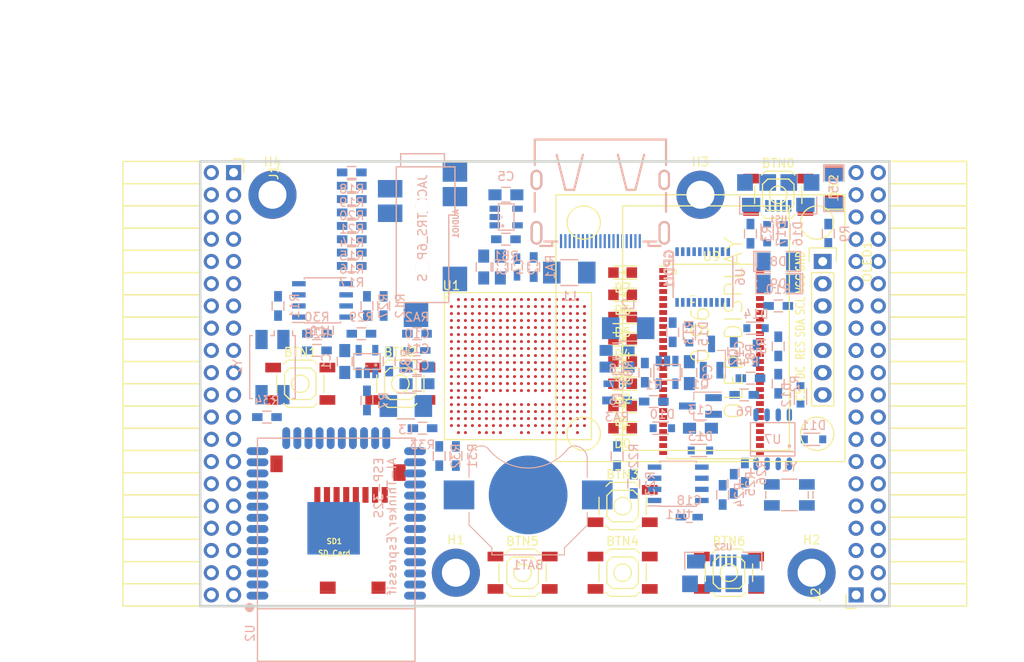
<source format=kicad_pcb>
(kicad_pcb (version 4) (host pcbnew 4.0.5+dfsg1-4)
  (layers (0 F.Cu signal) (1 In1.Cu signal) (2 In2.Cu signal) (31 B.Cu signal) (34 B.Paste user) (35 F.Paste user) (36 B.SilkS user) (37 F.SilkS user) (38 B.Mask user) (39 F.Mask user) (44 Edge.Cuts user))
  (net 0 "")
  (net 1 GND)
  (net 2 +5V)
  (net 3 /gpio/IN5V)
  (net 4 /gpio/OUT5V)
  (net 5 +3V3)
  (net 6 "Net-(L1-Pad1)")
  (net 7 "Net-(L2-Pad1)")
  (net 8 +1V2)
  (net 9 BTN_D)
  (net 10 BTN_F1)
  (net 11 BTN_F2)
  (net 12 BTN_L)
  (net 13 BTN_R)
  (net 14 BTN_U)
  (net 15 /power/FB1)
  (net 16 +2V5)
  (net 17 "Net-(L3-Pad1)")
  (net 18 /power/PWREN)
  (net 19 /power/FB3)
  (net 20 /power/FB2)
  (net 21 "Net-(D9-Pad1)")
  (net 22 /power/VBAT)
  (net 23 SD_3)
  (net 24 JTAG_TDI)
  (net 25 JTAG_TCK)
  (net 26 JTAG_TMS)
  (net 27 JTAG_TDO)
  (net 28 /power/WAKEUPn)
  (net 29 /power/WKUP)
  (net 30 /power/SHUT)
  (net 31 /power/WAKE)
  (net 32 /power/HOLD)
  (net 33 /power/WKn)
  (net 34 /power/OSCI_32k)
  (net 35 /power/OSCO_32k)
  (net 36 FTDI_nSUSPEND)
  (net 37 USB_FTDI_DM)
  (net 38 USB_FTDI_DP)
  (net 39 "Net-(Q2-Pad3)")
  (net 40 SHUTDOWN)
  (net 41 /analog/AUDIO_L)
  (net 42 /analog/AUDIO_R)
  (net 43 GPDI_5V_SCL)
  (net 44 GPDI_5V_SDA)
  (net 45 GPDI_SDA)
  (net 46 GPDI_SCL)
  (net 47 /gpdi/VREF2)
  (net 48 /blinkey/BTNPU)
  (net 49 SD_CMD)
  (net 50 SD_CLK)
  (net 51 SD_D0)
  (net 52 SD_D1)
  (net 53 USB5V)
  (net 54 /gpio/B11)
  (net 55 /gpio/C11)
  (net 56 /gpio/A10)
  (net 57 /gpio/A11)
  (net 58 /gpio/B10)
  (net 59 /gpio/A9)
  (net 60 /gpio/C10)
  (net 61 /gpio/B9)
  (net 62 /gpio/E9)
  (net 63 /gpio/D9)
  (net 64 /gpio/A8)
  (net 65 /gpio/A7)
  (net 66 /gpio/B8)
  (net 67 /gpio/C8)
  (net 68 /gpio/D8)
  (net 69 /gpio/E8)
  (net 70 /gpio/C7)
  (net 71 /gpio/C6)
  (net 72 /gpio/D7)
  (net 73 /gpio/E7)
  (net 74 /gpio/D6)
  (net 75 /gpio/E6)
  (net 76 /gpio/B6)
  (net 77 /gpio/A6)
  (net 78 /gpio/A19)
  (net 79 /gpio/B20)
  (net 80 /gpio/A18)
  (net 81 /gpio/B19)
  (net 82 /gpio/A17)
  (net 83 /gpio/B18)
  (net 84 /gpio/B17)
  (net 85 /gpio/C17)
  (net 86 /gpio/C16)
  (net 87 /gpio/D16)
  (net 88 /gpio/A16)
  (net 89 /gpio/B16)
  (net 90 /gpio/D15)
  (net 91 /gpio/E15)
  (net 92 /gpio/B15)
  (net 93 /gpio/C15)
  (net 94 /gpio/D14)
  (net 95 /gpio/E14)
  (net 96 /gpio/A14)
  (net 97 /gpio/C14)
  (net 98 /gpio/D13)
  (net 99 /gpio/E13)
  (net 100 /gpio/B13)
  (net 101 /gpio/C13)
  (net 102 /gpio/A12)
  (net 103 /gpio/A13)
  (net 104 /gpio/D12)
  (net 105 /gpio/E12)
  (net 106 /gpio/B12)
  (net 107 /gpio/C12)
  (net 108 /gpio/D11)
  (net 109 /gpio/E11)
  (net 110 "Net-(BTN0-Pad1)")
  (net 111 LED0)
  (net 112 LED1)
  (net 113 LED2)
  (net 114 LED3)
  (net 115 LED4)
  (net 116 LED5)
  (net 117 LED6)
  (net 118 LED7)
  (net 119 BTN_PWRn)
  (net 120 GPDI_ETH_N)
  (net 121 GPDI_ETH_P)
  (net 122 GPDI_D2_P)
  (net 123 GPDI_D2_N)
  (net 124 GPDI_D1_P)
  (net 125 GPDI_D1_N)
  (net 126 GPDI_D0_P)
  (net 127 GPDI_D0_N)
  (net 128 GPDI_CLK_P)
  (net 129 GPDI_CLK_N)
  (net 130 GPDI_CEC)
  (net 131 nRESET)
  (net 132 /usb/FT3V3)
  (net 133 FTDI_nDTR)
  (net 134 SDRAM_CKE)
  (net 135 SDRAM_A7)
  (net 136 SDRAM_D15)
  (net 137 SDRAM_BA1)
  (net 138 SDRAM_D7)
  (net 139 SDRAM_A6)
  (net 140 SDRAM_CLK)
  (net 141 SDRAM_D13)
  (net 142 SDRAM_BA0)
  (net 143 SDRAM_D6)
  (net 144 SDRAM_A5)
  (net 145 SDRAM_D14)
  (net 146 SDRAM_A11)
  (net 147 SDRAM_D12)
  (net 148 SDRAM_D5)
  (net 149 SDRAM_A4)
  (net 150 SDRAM_A10)
  (net 151 SDRAM_D11)
  (net 152 SDRAM_A3)
  (net 153 SDRAM_D4)
  (net 154 SDRAM_D10)
  (net 155 SDRAM_D9)
  (net 156 SDRAM_A9)
  (net 157 SDRAM_D3)
  (net 158 SDRAM_D8)
  (net 159 SDRAM_A8)
  (net 160 SDRAM_A2)
  (net 161 SDRAM_A1)
  (net 162 SDRAM_A0)
  (net 163 SDRAM_D2)
  (net 164 SDRAM_D1)
  (net 165 SDRAM_D0)
  (net 166 SDRAM_DQM0)
  (net 167 SDRAM_nCS)
  (net 168 SDRAM_nRAS)
  (net 169 SDRAM_DQM1)
  (net 170 SDRAM_nCAS)
  (net 171 SDRAM_nWE)
  (net 172 /flash/FLASH_nWP)
  (net 173 /flash/FLASH_nHOLD)
  (net 174 /flash/FLASH_MOSI)
  (net 175 /flash/FLASH_MISO)
  (net 176 /flash/FLASH_SCK)
  (net 177 /flash/FLASH_nCS)
  (net 178 /flash/FPGA_PROGRAMN)
  (net 179 /flash/FPGA_DONE)
  (net 180 /flash/FPGA_INITN)
  (net 181 OLED_MOSI)
  (net 182 OLED_RES)
  (net 183 OLED_DC)
  (net 184 OLED_CS)
  (net 185 AUDIO_L3)
  (net 186 AUDIO_L2)
  (net 187 AUDIO_L1)
  (net 188 AUDIO_L0)
  (net 189 AUDIO_R3)
  (net 190 AUDIO_R2)
  (net 191 AUDIO_R1)
  (net 192 AUDIO_R0)
  (net 193 WIFI_EN)
  (net 194 FTDI_nRTS)
  (net 195 WIFI_GPIO2)
  (net 196 FTDI_TXD)
  (net 197 FTDI_RXD)
  (net 198 WIFI_RXD)
  (net 199 WIFI_GPIO0)
  (net 200 FTDI_nCTS)
  (net 201 WIFI_TXD)
  (net 202 FTDI_nRI)
  (net 203 FTDI_nDCD)
  (net 204 WIFI_GPIO15)
  (net 205 /gpdi/CLK_25MHz)
  (module Keystone_3000_1x12mm-CoinCell:Keystone_3000_1x12mm-CoinCell (layer B.Cu) (at 136.645 99.52)
    (fp_text reference BAT1 (at 0 8) (layer B.SilkS) (effects (justify mirror)))
    (fp_text value CR1225)
    (pad 1 smd rect (at -7.9 0) (size 3.5 3.3) (layers B.Cu B.Paste B.Mask) (net 22 /power/VBAT))
    (pad 1 smd rect (at 7.9 0) (size 3.5 3.3) (layers B.Cu B.Paste B.Mask) (net 22 /power/VBAT))
    (pad 2 smd circle (at 0 0) (size 9 9) (layers B.Cu B.Mask) (net 1 GND))
  )
  (module SMD_Packages:SMD-1206_Pol (layer F.Cu) (at 171.57 64.341 90)
    (fp_text reference D52 (at 0 0 90) (layer F.SilkS))
    (fp_text value 2A)
    (pad 1 smd rect (at -1.651 0 90) (size 1.524 2.032) (layers F.Cu F.Paste F.Mask) (net 4 /gpio/OUT5V))
    (pad 2 smd rect (at 1.651 0 90) (size 1.524 2.032) (layers F.Cu F.Paste F.Mask) (net 2 +5V))
  )
  (module SMD_Packages:SMD-1206_Pol (layer B.Cu) (at 171.57 64.595 270)
    (fp_text reference D51 (at 0 0 270) (layer B.SilkS) (effects (justify mirror)))
    (fp_text value 2A)
    (pad 1 smd rect (at -1.651 0 270) (size 1.524 2.032) (layers B.Cu B.Paste B.Mask) (net 2 +5V))
    (pad 2 smd rect (at 1.651 0 270) (size 1.524 2.032) (layers B.Cu B.Paste B.Mask) (net 3 /gpio/IN5V))
  )
  (module micro-sd:MicroSD_TF02D (layer F.Cu) (at 114.5 110.52 180)
    (fp_text reference SD1 (at 0 5.7 180) (layer F.SilkS) (effects (font (size 0.59944 0.59944) (thickness 0.12446))))
    (fp_text value SD_Card (at 0 4.35 180) (layer F.SilkS) (effects (font (size 0.59944 0.59944) (thickness 0.12446))))
    (pad 1 smd rect (at 1.94 11 180) (size 0.7 1.8) (layers F.Cu F.Paste F.Mask) (net 23 SD_3))
    (pad 2 smd rect (at 0.84 11 180) (size 0.7 1.8) (layers F.Cu F.Paste F.Mask) (net 49 SD_CMD))
    (pad 3 smd rect (at -0.26 11 180) (size 0.7 1.8) (layers F.Cu F.Paste F.Mask) (net 1 GND))
    (pad 4 smd rect (at -1.36 11 180) (size 0.7 1.8) (layers F.Cu F.Paste F.Mask) (net 5 +3V3))
    (pad 5 smd rect (at -2.46 11 180) (size 0.7 1.8) (layers F.Cu F.Paste F.Mask) (net 50 SD_CLK))
    (pad 6 smd rect (at -3.56 11 180) (size 0.7 1.8) (layers F.Cu F.Paste F.Mask) (net 1 GND))
    (pad 7 smd rect (at -4.66 11 180) (size 0.7 1.8) (layers F.Cu F.Paste F.Mask) (net 51 SD_D0))
    (pad 8 smd rect (at -5.76 11 180) (size 0.7 1.8) (layers F.Cu F.Paste F.Mask) (net 52 SD_D1))
    (pad S smd rect (at -5.05 0.4 180) (size 1.6 1.4) (layers F.Cu F.Paste F.Mask))
    (pad S smd rect (at 0.75 0.4 180) (size 1.8 1.4) (layers F.Cu F.Paste F.Mask))
    (pad G smd rect (at -7.45 13.55 180) (size 1.4 1.9) (layers F.Cu F.Paste F.Mask))
    (pad G smd rect (at 6.6 14.55 180) (size 1.4 1.9) (layers F.Cu F.Paste F.Mask))
  )
  (module Resistors_SMD:R_1210_HandSoldering (layer B.Cu) (at 141.344 74.12)
    (fp_text reference L1 (at 0 2.7) (layer B.SilkS) (effects (justify mirror)))
    (fp_text value 2.2uH)
    (pad 1 smd rect (at -2 0) (size 2 2.5) (layers B.Cu B.Paste B.Mask) (net 6 "Net-(L1-Pad1)"))
    (pad 2 smd rect (at 2 0) (size 2 2.5) (layers B.Cu B.Paste B.Mask) (net 8 +1V2))
  )
  (module TSOT-25:TSOT-25 (layer B.Cu) (at 134.135 67.77 90)
    (fp_text reference U3 (at 0 -0.5 90) (layer B.SilkS) (effects (font (size 0.15 0.15) (thickness 0.0375)) (justify mirror)))
    (fp_text value AP3429A)
    (pad 1 smd rect (at -0.95 -1.3 90) (size 0.7 1.2) (layers B.Cu B.Paste B.Mask) (net 18 /power/PWREN))
    (pad 2 smd rect (at 0 -1.3 90) (size 0.7 1.2) (layers B.Cu B.Paste B.Mask) (net 1 GND))
    (pad 3 smd rect (at 0.95 -1.3 90) (size 0.7 1.2) (layers B.Cu B.Paste B.Mask) (net 6 "Net-(L1-Pad1)"))
    (pad 4 smd rect (at 0.95 1.3 90) (size 0.7 1.2) (layers B.Cu B.Paste B.Mask) (net 2 +5V))
    (pad 5 smd rect (at -0.95 1.3 90) (size 0.7 1.2) (layers B.Cu B.Paste B.Mask) (net 15 /power/FB1))
  )
  (module Resistors_SMD:R_1210_HandSoldering (layer B.Cu) (at 148.075 80.47 180)
    (fp_text reference L2 (at 0 2.7 180) (layer B.SilkS) (effects (justify mirror)))
    (fp_text value 2.2uH)
    (pad 1 smd rect (at -2 0 180) (size 2 2.5) (layers B.Cu B.Paste B.Mask) (net 7 "Net-(L2-Pad1)"))
    (pad 2 smd rect (at 2 0 180) (size 2 2.5) (layers B.Cu B.Paste B.Mask) (net 5 +3V3))
  )
  (module TSOT-25:TSOT-25 (layer B.Cu) (at 152.52 85.52)
    (fp_text reference U4 (at 0 -0.5) (layer B.SilkS) (effects (font (size 0.15 0.15) (thickness 0.0375)) (justify mirror)))
    (fp_text value AP3429A)
    (pad 1 smd rect (at -0.95 -1.3) (size 0.7 1.2) (layers B.Cu B.Paste B.Mask) (net 18 /power/PWREN))
    (pad 2 smd rect (at 0 -1.3) (size 0.7 1.2) (layers B.Cu B.Paste B.Mask) (net 1 GND))
    (pad 3 smd rect (at 0.95 -1.3) (size 0.7 1.2) (layers B.Cu B.Paste B.Mask) (net 7 "Net-(L2-Pad1)"))
    (pad 4 smd rect (at 0.95 1.3) (size 0.7 1.2) (layers B.Cu B.Paste B.Mask) (net 2 +5V))
    (pad 5 smd rect (at -0.95 1.3) (size 0.7 1.2) (layers B.Cu B.Paste B.Mask) (net 19 /power/FB3))
  )
  (module Buttons_Switches_SMD:SW_SPST_SKQG (layer F.Cu) (at 110.61 86.82)
    (fp_text reference BTN1 (at 0 -3.6) (layer F.SilkS))
    (fp_text value FIRE1)
    (pad 1 smd rect (at -3.1 -1.85) (size 1.8 1.1) (layers F.Cu F.Paste F.Mask) (net 48 /blinkey/BTNPU))
    (pad 1 smd rect (at 3.1 -1.85) (size 1.8 1.1) (layers F.Cu F.Paste F.Mask) (net 48 /blinkey/BTNPU))
    (pad 2 smd rect (at -3.1 1.85) (size 1.8 1.1) (layers F.Cu F.Paste F.Mask) (net 10 BTN_F1))
    (pad 2 smd rect (at 3.1 1.85) (size 1.8 1.1) (layers F.Cu F.Paste F.Mask) (net 10 BTN_F1))
  )
  (module Buttons_Switches_SMD:SW_SPST_SKQG (layer F.Cu) (at 122.04 86.82)
    (fp_text reference BTN2 (at 0 -3.6) (layer F.SilkS))
    (fp_text value FIRE2)
    (pad 1 smd rect (at -3.1 -1.85) (size 1.8 1.1) (layers F.Cu F.Paste F.Mask) (net 48 /blinkey/BTNPU))
    (pad 1 smd rect (at 3.1 -1.85) (size 1.8 1.1) (layers F.Cu F.Paste F.Mask) (net 48 /blinkey/BTNPU))
    (pad 2 smd rect (at -3.1 1.85) (size 1.8 1.1) (layers F.Cu F.Paste F.Mask) (net 11 BTN_F2))
    (pad 2 smd rect (at 3.1 1.85) (size 1.8 1.1) (layers F.Cu F.Paste F.Mask) (net 11 BTN_F2))
  )
  (module Buttons_Switches_SMD:SW_SPST_SKQG (layer F.Cu) (at 147.44 100.79)
    (fp_text reference BTN3 (at 0 -3.6) (layer F.SilkS))
    (fp_text value UP)
    (pad 1 smd rect (at -3.1 -1.85) (size 1.8 1.1) (layers F.Cu F.Paste F.Mask) (net 48 /blinkey/BTNPU))
    (pad 1 smd rect (at 3.1 -1.85) (size 1.8 1.1) (layers F.Cu F.Paste F.Mask) (net 48 /blinkey/BTNPU))
    (pad 2 smd rect (at -3.1 1.85) (size 1.8 1.1) (layers F.Cu F.Paste F.Mask) (net 14 BTN_U))
    (pad 2 smd rect (at 3.1 1.85) (size 1.8 1.1) (layers F.Cu F.Paste F.Mask) (net 14 BTN_U))
  )
  (module Buttons_Switches_SMD:SW_SPST_SKQG (layer F.Cu) (at 147.44 108.41)
    (fp_text reference BTN4 (at 0 -3.6) (layer F.SilkS))
    (fp_text value DOWN)
    (pad 1 smd rect (at -3.1 -1.85) (size 1.8 1.1) (layers F.Cu F.Paste F.Mask) (net 48 /blinkey/BTNPU))
    (pad 1 smd rect (at 3.1 -1.85) (size 1.8 1.1) (layers F.Cu F.Paste F.Mask) (net 48 /blinkey/BTNPU))
    (pad 2 smd rect (at -3.1 1.85) (size 1.8 1.1) (layers F.Cu F.Paste F.Mask) (net 9 BTN_D))
    (pad 2 smd rect (at 3.1 1.85) (size 1.8 1.1) (layers F.Cu F.Paste F.Mask) (net 9 BTN_D))
  )
  (module Buttons_Switches_SMD:SW_SPST_SKQG (layer F.Cu) (at 136.01 108.41)
    (fp_text reference BTN5 (at 0 -3.6) (layer F.SilkS))
    (fp_text value LEFT)
    (pad 1 smd rect (at -3.1 -1.85) (size 1.8 1.1) (layers F.Cu F.Paste F.Mask) (net 48 /blinkey/BTNPU))
    (pad 1 smd rect (at 3.1 -1.85) (size 1.8 1.1) (layers F.Cu F.Paste F.Mask) (net 48 /blinkey/BTNPU))
    (pad 2 smd rect (at -3.1 1.85) (size 1.8 1.1) (layers F.Cu F.Paste F.Mask) (net 12 BTN_L))
    (pad 2 smd rect (at 3.1 1.85) (size 1.8 1.1) (layers F.Cu F.Paste F.Mask) (net 12 BTN_L))
  )
  (module Buttons_Switches_SMD:SW_SPST_SKQG (layer F.Cu) (at 159.59 108.41)
    (fp_text reference BTN6 (at 0 -3.6) (layer F.SilkS))
    (fp_text value RIGHT)
    (pad 1 smd rect (at -3.1 -1.85) (size 1.8 1.1) (layers F.Cu F.Paste F.Mask) (net 48 /blinkey/BTNPU))
    (pad 1 smd rect (at 3.1 -1.85) (size 1.8 1.1) (layers F.Cu F.Paste F.Mask) (net 48 /blinkey/BTNPU))
    (pad 2 smd rect (at -3.1 1.85) (size 1.8 1.1) (layers F.Cu F.Paste F.Mask) (net 13 BTN_R))
    (pad 2 smd rect (at 3.1 1.85) (size 1.8 1.1) (layers F.Cu F.Paste F.Mask) (net 13 BTN_R))
  )
  (module LEDs:LED_0805 (layer F.Cu) (at 147.44 91.9 180)
    (fp_text reference D0 (at 0 -1.75 180) (layer F.SilkS))
    (fp_text value LED)
    (pad 2 smd rect (at 1.04902 0) (size 1.19888 1.19888) (layers F.Cu F.Paste F.Mask) (net 111 LED0))
    (pad 1 smd rect (at -1.04902 0) (size 1.19888 1.19888) (layers F.Cu F.Paste F.Mask) (net 1 GND))
  )
  (module LEDs:LED_0805 (layer F.Cu) (at 147.44 89.36 180)
    (fp_text reference D1 (at 0 -1.75 180) (layer F.SilkS))
    (fp_text value LED)
    (pad 2 smd rect (at 1.04902 0) (size 1.19888 1.19888) (layers F.Cu F.Paste F.Mask) (net 112 LED1))
    (pad 1 smd rect (at -1.04902 0) (size 1.19888 1.19888) (layers F.Cu F.Paste F.Mask) (net 1 GND))
  )
  (module LEDs:LED_0805 (layer F.Cu) (at 147.44 86.82 180)
    (fp_text reference D2 (at 0 -1.75 180) (layer F.SilkS))
    (fp_text value LED)
    (pad 2 smd rect (at 1.04902 0) (size 1.19888 1.19888) (layers F.Cu F.Paste F.Mask) (net 113 LED2))
    (pad 1 smd rect (at -1.04902 0) (size 1.19888 1.19888) (layers F.Cu F.Paste F.Mask) (net 1 GND))
  )
  (module LEDs:LED_0805 (layer F.Cu) (at 147.44 84.28 180)
    (fp_text reference D3 (at 0 -1.75 180) (layer F.SilkS))
    (fp_text value LED)
    (pad 2 smd rect (at 1.04902 0) (size 1.19888 1.19888) (layers F.Cu F.Paste F.Mask) (net 114 LED3))
    (pad 1 smd rect (at -1.04902 0) (size 1.19888 1.19888) (layers F.Cu F.Paste F.Mask) (net 1 GND))
  )
  (module LEDs:LED_0805 (layer F.Cu) (at 147.44 81.74 180)
    (fp_text reference D4 (at 0 -1.75 180) (layer F.SilkS))
    (fp_text value LED)
    (pad 2 smd rect (at 1.04902 0) (size 1.19888 1.19888) (layers F.Cu F.Paste F.Mask) (net 115 LED4))
    (pad 1 smd rect (at -1.04902 0) (size 1.19888 1.19888) (layers F.Cu F.Paste F.Mask) (net 1 GND))
  )
  (module LEDs:LED_0805 (layer F.Cu) (at 147.44 79.2 180)
    (fp_text reference D5 (at 0 -1.75 180) (layer F.SilkS))
    (fp_text value LED)
    (pad 2 smd rect (at 1.04902 0) (size 1.19888 1.19888) (layers F.Cu F.Paste F.Mask) (net 116 LED5))
    (pad 1 smd rect (at -1.04902 0) (size 1.19888 1.19888) (layers F.Cu F.Paste F.Mask) (net 1 GND))
  )
  (module LEDs:LED_0805 (layer F.Cu) (at 147.44 76.66 180)
    (fp_text reference D6 (at 0 -1.75 180) (layer F.SilkS))
    (fp_text value LED)
    (pad 2 smd rect (at 1.04902 0) (size 1.19888 1.19888) (layers F.Cu F.Paste F.Mask) (net 117 LED6))
    (pad 1 smd rect (at -1.04902 0) (size 1.19888 1.19888) (layers F.Cu F.Paste F.Mask) (net 1 GND))
  )
  (module LEDs:LED_0805 (layer F.Cu) (at 147.44 74.12 180)
    (fp_text reference D7 (at 0 -1.75 180) (layer F.SilkS))
    (fp_text value LED)
    (pad 2 smd rect (at 1.04902 0) (size 1.19888 1.19888) (layers F.Cu F.Paste F.Mask) (net 118 LED7))
    (pad 1 smd rect (at -1.04902 0) (size 1.19888 1.19888) (layers F.Cu F.Paste F.Mask) (net 1 GND))
  )
  (module Resistors_SMD:R_1210_HandSoldering (layer B.Cu) (at 122.675 89.36)
    (fp_text reference L3 (at 0 2.7) (layer B.SilkS) (effects (justify mirror)))
    (fp_text value 2.2uH)
    (pad 1 smd rect (at -2 0) (size 2 2.5) (layers B.Cu B.Paste B.Mask) (net 17 "Net-(L3-Pad1)"))
    (pad 2 smd rect (at 2 0) (size 2 2.5) (layers B.Cu B.Paste B.Mask) (net 16 +2V5))
  )
  (module TSOT-25:TSOT-25 (layer B.Cu) (at 118.23 84.28 180)
    (fp_text reference U5 (at 0 -0.5 180) (layer B.SilkS) (effects (font (size 0.15 0.15) (thickness 0.0375)) (justify mirror)))
    (fp_text value AP3429A)
    (pad 1 smd rect (at -0.95 -1.3 180) (size 0.7 1.2) (layers B.Cu B.Paste B.Mask) (net 18 /power/PWREN))
    (pad 2 smd rect (at 0 -1.3 180) (size 0.7 1.2) (layers B.Cu B.Paste B.Mask) (net 1 GND))
    (pad 3 smd rect (at 0.95 -1.3 180) (size 0.7 1.2) (layers B.Cu B.Paste B.Mask) (net 17 "Net-(L3-Pad1)"))
    (pad 4 smd rect (at 0.95 1.3 180) (size 0.7 1.2) (layers B.Cu B.Paste B.Mask) (net 2 +5V))
    (pad 5 smd rect (at -0.95 1.3 180) (size 0.7 1.2) (layers B.Cu B.Paste B.Mask) (net 20 /power/FB2))
  )
  (module Capacitors_SMD:C_0805_HandSoldering (layer B.Cu) (at 115.69 84.28 270)
    (fp_text reference C1 (at 0 2.1 270) (layer B.SilkS) (effects (justify mirror)))
    (fp_text value 22uF)
    (pad 1 smd rect (at -1.25 0 270) (size 1.5 1.25) (layers B.Cu B.Paste B.Mask) (net 2 +5V))
    (pad 2 smd rect (at 1.25 0 270) (size 1.5 1.25) (layers B.Cu B.Paste B.Mask) (net 1 GND))
  )
  (module Capacitors_SMD:C_0805_HandSoldering (layer B.Cu) (at 131.565 73.485 90)
    (fp_text reference C3 (at 0 2.1 90) (layer B.SilkS) (effects (justify mirror)))
    (fp_text value 22uF)
    (pad 1 smd rect (at -1.25 0 90) (size 1.5 1.25) (layers B.Cu B.Paste B.Mask) (net 8 +1V2))
    (pad 2 smd rect (at 1.25 0 90) (size 1.5 1.25) (layers B.Cu B.Paste B.Mask) (net 1 GND))
  )
  (module Capacitors_SMD:C_0805_HandSoldering (layer B.Cu) (at 133.47 73.485 90)
    (fp_text reference C4 (at 0 2.1 90) (layer B.SilkS) (effects (justify mirror)))
    (fp_text value 22uF)
    (pad 1 smd rect (at -1.25 0 90) (size 1.5 1.25) (layers B.Cu B.Paste B.Mask) (net 8 +1V2))
    (pad 2 smd rect (at 1.25 0 90) (size 1.5 1.25) (layers B.Cu B.Paste B.Mask) (net 1 GND))
  )
  (module Capacitors_SMD:C_0805_HandSoldering (layer B.Cu) (at 134.105 65.23 180)
    (fp_text reference C5 (at 0 2.1 180) (layer B.SilkS) (effects (justify mirror)))
    (fp_text value 22uF)
    (pad 1 smd rect (at -1.25 0 180) (size 1.5 1.25) (layers B.Cu B.Paste B.Mask) (net 2 +5V))
    (pad 2 smd rect (at 1.25 0 180) (size 1.5 1.25) (layers B.Cu B.Paste B.Mask) (net 1 GND))
  )
  (module Capacitors_SMD:C_0805_HandSoldering (layer B.Cu) (at 146.805 84.915)
    (fp_text reference C7 (at 0 2.1) (layer B.SilkS) (effects (justify mirror)))
    (fp_text value 22uF)
    (pad 1 smd rect (at -1.25 0) (size 1.5 1.25) (layers B.Cu B.Paste B.Mask) (net 5 +3V3))
    (pad 2 smd rect (at 1.25 0) (size 1.5 1.25) (layers B.Cu B.Paste B.Mask) (net 1 GND))
  )
  (module Capacitors_SMD:C_0805_HandSoldering (layer B.Cu) (at 146.805 83.01)
    (fp_text reference C8 (at 0 2.1) (layer B.SilkS) (effects (justify mirror)))
    (fp_text value 22uF)
    (pad 1 smd rect (at -1.25 0) (size 1.5 1.25) (layers B.Cu B.Paste B.Mask) (net 5 +3V3))
    (pad 2 smd rect (at 1.25 0) (size 1.5 1.25) (layers B.Cu B.Paste B.Mask) (net 1 GND))
  )
  (module Capacitors_SMD:C_0805_HandSoldering (layer B.Cu) (at 155.06 85.55 90)
    (fp_text reference C9 (at 0 2.1 90) (layer B.SilkS) (effects (justify mirror)))
    (fp_text value 22uF)
    (pad 1 smd rect (at -1.25 0 90) (size 1.5 1.25) (layers B.Cu B.Paste B.Mask) (net 2 +5V))
    (pad 2 smd rect (at 1.25 0 90) (size 1.5 1.25) (layers B.Cu B.Paste B.Mask) (net 1 GND))
  )
  (module Capacitors_SMD:C_0805_HandSoldering (layer B.Cu) (at 123.945 84.915 180)
    (fp_text reference C11 (at 0 2.1 180) (layer B.SilkS) (effects (justify mirror)))
    (fp_text value 22uF)
    (pad 1 smd rect (at -1.25 0 180) (size 1.5 1.25) (layers B.Cu B.Paste B.Mask) (net 16 +2V5))
    (pad 2 smd rect (at 1.25 0 180) (size 1.5 1.25) (layers B.Cu B.Paste B.Mask) (net 1 GND))
  )
  (module Capacitors_SMD:C_0805_HandSoldering (layer B.Cu) (at 123.945 86.82 180)
    (fp_text reference C12 (at 0 2.1 180) (layer B.SilkS) (effects (justify mirror)))
    (fp_text value 22uF)
    (pad 1 smd rect (at -1.25 0 180) (size 1.5 1.25) (layers B.Cu B.Paste B.Mask) (net 16 +2V5))
    (pad 2 smd rect (at 1.25 0 180) (size 1.5 1.25) (layers B.Cu B.Paste B.Mask) (net 1 GND))
  )
  (module SMD_Packages:SMD-1206_Pol (layer B.Cu) (at 165.22 72.85)
    (fp_text reference D8 (at 0 0) (layer B.SilkS) (effects (justify mirror)))
    (fp_text value 2A)
    (pad 1 smd rect (at -1.651 0) (size 1.524 2.032) (layers B.Cu B.Paste B.Mask) (net 2 +5V))
    (pad 2 smd rect (at 1.651 0) (size 1.524 2.032) (layers B.Cu B.Paste B.Mask) (net 53 USB5V))
  )
  (module SMD_Packages:SMD-1206_Pol (layer B.Cu) (at 165.22 75.39 180)
    (fp_text reference D9 (at 0 0 180) (layer B.SilkS) (effects (justify mirror)))
    (fp_text value 2A)
    (pad 1 smd rect (at -1.651 0 180) (size 1.524 2.032) (layers B.Cu B.Paste B.Mask) (net 21 "Net-(D9-Pad1)"))
    (pad 2 smd rect (at 1.651 0 180) (size 1.524 2.032) (layers B.Cu B.Paste B.Mask) (net 2 +5V))
  )
  (module Power_Integrations:SO-8 (layer B.Cu) (at 164.585 93.17 180)
    (fp_text reference U7 (at 0 0 180) (layer B.SilkS) (effects (justify mirror)))
    (fp_text value PCF8523)
    (pad 1 smd oval (at -1.905 -2.794 180) (size 0.6096 1.4732) (layers B.Cu B.Paste B.Mask) (net 34 /power/OSCI_32k))
    (pad 2 smd oval (at -0.635 -2.794 180) (size 0.6096 1.4732) (layers B.Cu B.Paste B.Mask) (net 35 /power/OSCO_32k))
    (pad 3 smd oval (at 0.635 -2.794 180) (size 0.6096 1.4732) (layers B.Cu B.Paste B.Mask) (net 22 /power/VBAT))
    (pad 4 smd oval (at 1.905 -2.794 180) (size 0.6096 1.4732) (layers B.Cu B.Paste B.Mask) (net 1 GND))
    (pad 5 smd oval (at 1.905 2.794 180) (size 0.6096 1.4732) (layers B.Cu B.Paste B.Mask))
    (pad 6 smd oval (at 0.635 2.794 180) (size 0.6096 1.4732) (layers B.Cu B.Paste B.Mask))
    (pad 7 smd oval (at -0.635 2.794 180) (size 0.6096 1.4732) (layers B.Cu B.Paste B.Mask) (net 28 /power/WAKEUPn))
    (pad 8 smd oval (at -1.905 2.794 180) (size 0.6096 1.4732) (layers B.Cu B.Paste B.Mask) (net 16 +2V5))
  )
  (module Capacitors_SMD:C_0805_HandSoldering (layer B.Cu) (at 156.33 91.9 180)
    (fp_text reference C13 (at 0 2.1 180) (layer B.SilkS) (effects (justify mirror)))
    (fp_text value 2.2uF)
    (pad 1 smd rect (at -1.25 0 180) (size 1.5 1.25) (layers B.Cu B.Paste B.Mask) (net 2 +5V))
    (pad 2 smd rect (at 1.25 0 180) (size 1.5 1.25) (layers B.Cu B.Paste B.Mask) (net 29 /power/WKUP))
  )
  (module Diodes_SMD:D_0805 (layer B.Cu) (at 151.978 91.9)
    (fp_text reference D10 (at 0 -1.6) (layer B.SilkS) (effects (justify mirror)))
    (fp_text value 1N4148)
    (pad 1 smd rect (at -1.05 0) (size 0.8 0.9) (layers B.Cu B.Paste B.Mask) (net 31 /power/WAKE))
    (pad 2 smd rect (at 1.05 0) (size 0.8 0.9) (layers B.Cu B.Paste B.Mask) (net 29 /power/WKUP))
  )
  (module Diodes_SMD:D_0805 (layer B.Cu) (at 169.25 93.17)
    (fp_text reference D11 (at 0 -1.6) (layer B.SilkS) (effects (justify mirror)))
    (fp_text value 1N4148)
    (pad 1 smd rect (at -1.05 0) (size 0.8 0.9) (layers B.Cu B.Paste B.Mask) (net 32 /power/HOLD))
    (pad 2 smd rect (at 1.05 0) (size 0.8 0.9) (layers B.Cu B.Paste B.Mask) (net 5 +3V3))
  )
  (module Diodes_SMD:D_0805 (layer B.Cu) (at 155.06 81.105 270)
    (fp_text reference D15 (at 0 -1.6 270) (layer B.SilkS) (effects (justify mirror)))
    (fp_text value BAT42)
    (pad 1 smd rect (at -1.05 0 270) (size 0.8 0.9) (layers B.Cu B.Paste B.Mask) (net 30 /power/SHUT))
    (pad 2 smd rect (at 1.05 0 270) (size 0.8 0.9) (layers B.Cu B.Paste B.Mask) (net 40 SHUTDOWN))
  )
  (module Diodes_SMD:D_0805 (layer B.Cu) (at 167.76 88.09 90)
    (fp_text reference D12 (at 0 -1.6 90) (layer B.SilkS) (effects (justify mirror)))
    (fp_text value 1N4148)
    (pad 1 smd rect (at -1.05 0 90) (size 0.8 0.9) (layers B.Cu B.Paste B.Mask) (net 18 /power/PWREN))
    (pad 2 smd rect (at 1.05 0 90) (size 0.8 0.9) (layers B.Cu B.Paste B.Mask) (net 36 FTDI_nSUSPEND))
  )
  (module usb_otg:USB-MICRO-B-FCI-10118192-0001LF (layer B.Cu) (at 165.22 63.825)
    (fp_text reference US1 (at 0 4.2) (layer B.SilkS) (effects (font (size 0.7 0.7)) (justify mirror)))
    (fp_text value USB_FTDI hide)
    (pad 6 smd rect (at -3.1 2.55) (size 2.1 1.6) (layers B.Cu B.Paste B.Mask) (net 1 GND))
    (pad 6 smd rect (at 3.1 2.55) (size 2.1 1.6) (layers B.Cu B.Paste B.Mask) (net 1 GND))
    (pad "" smd rect (at -1.2 0) (size 1.9 1.9) (layers B.Cu B.Paste B.Mask))
    (pad "" smd rect (at 1.2 0) (size 1.9 1.9) (layers B.Cu B.Paste B.Mask))
    (pad 1 smd rect (at -1.3 2.675) (size 0.4 1.35) (layers B.Cu B.Paste B.Mask) (net 53 USB5V))
    (pad 2 smd rect (at -0.65 2.675) (size 0.4 1.35) (layers B.Cu B.Paste B.Mask) (net 37 USB_FTDI_DM))
    (pad 3 smd rect (at 0 2.675) (size 0.4 1.35) (layers B.Cu B.Paste B.Mask) (net 38 USB_FTDI_DP))
    (pad 4 smd rect (at 0.65 2.675) (size 0.4 1.35) (layers B.Cu B.Paste B.Mask))
    (pad 5 smd rect (at 1.3 2.675) (size 0.4 1.35) (layers B.Cu B.Paste B.Mask) (net 1 GND))
    (pad "" smd rect (at -3.8 0) (size 1.8 1.9) (layers B.Cu B.Paste B.Mask))
    (pad "" smd rect (at 3.8 0) (size 1.8 1.9) (layers B.Cu B.Paste B.Mask))
  )
  (module usb_otg:USB-MICRO-B-FCI-10118192-0001LF (layer B.Cu) (at 158.94 109.68 180)
    (fp_text reference US2 (at 0 4.2 180) (layer B.SilkS) (effects (font (size 0.7 0.7)) (justify mirror)))
    (fp_text value USB_FPGA hide)
    (pad 6 smd rect (at -3.1 2.55 180) (size 2.1 1.6) (layers B.Cu B.Paste B.Mask) (net 1 GND))
    (pad 6 smd rect (at 3.1 2.55 180) (size 2.1 1.6) (layers B.Cu B.Paste B.Mask) (net 1 GND))
    (pad "" smd rect (at -1.2 0 180) (size 1.9 1.9) (layers B.Cu B.Paste B.Mask))
    (pad "" smd rect (at 1.2 0 180) (size 1.9 1.9) (layers B.Cu B.Paste B.Mask))
    (pad 1 smd rect (at -1.3 2.675 180) (size 0.4 1.35) (layers B.Cu B.Paste B.Mask) (net 21 "Net-(D9-Pad1)"))
    (pad 2 smd rect (at -0.65 2.675 180) (size 0.4 1.35) (layers B.Cu B.Paste B.Mask))
    (pad 3 smd rect (at 0 2.675 180) (size 0.4 1.35) (layers B.Cu B.Paste B.Mask))
    (pad 4 smd rect (at 0.65 2.675 180) (size 0.4 1.35) (layers B.Cu B.Paste B.Mask))
    (pad 5 smd rect (at 1.3 2.675 180) (size 0.4 1.35) (layers B.Cu B.Paste B.Mask) (net 1 GND))
    (pad "" smd rect (at -3.8 0 180) (size 1.8 1.9) (layers B.Cu B.Paste B.Mask))
    (pad "" smd rect (at 3.8 0 180) (size 1.8 1.9) (layers B.Cu B.Paste B.Mask))
  )
  (module audio-jack:CUI_SJ-43516-SMT (layer B.Cu) (at 124.58 69.04 270)
    (fp_text reference AUDIO1 (at -0.5 -3.8 270) (layer B.SilkS) (effects (font (size 0.6096 0.6096) (thickness 0.1524)) (justify mirror)))
    (fp_text value JACK_TRS_6PINS (at 0 0 270) (layer B.SilkS) (effects (justify mirror)))
    (pad 1 smd rect (at -6.4 -3.7 270) (size 2.2 2.8) (layers B.Cu B.Paste B.Mask) (net 41 /analog/AUDIO_L))
    (pad 4 smd rect (at -3.6 -3.7 270) (size 2.2 2.8) (layers B.Cu B.Paste B.Mask))
    (pad 2 smd rect (at 5.8 -3.7 270) (size 2.8 2.8) (layers B.Cu B.Paste B.Mask) (net 1 GND))
    (pad 5 smd rect (at 9.9 0.75 270) (size 2.8 2.8) (layers B.Cu B.Paste B.Mask))
    (pad 3 smd rect (at -1.7 3.7 270) (size 2 2.8) (layers B.Cu B.Paste B.Mask) (net 42 /analog/AUDIO_R))
    (pad 6 smd rect (at -4.5 3.7 270) (size 2 2.8) (layers B.Cu B.Paste B.Mask))
    (pad "" np_thru_hole circle (at -2.5 0 270) (size 1.7 1.7) (drill 1.7) (layers *.Cu *.Mask B.SilkS) (clearance 0.4))
    (pad "" np_thru_hole circle (at 4.5 0 270) (size 1.7 1.7) (drill 1.7) (layers *.Cu *.Mask B.SilkS) (clearance 0.4))
  )
  (module abs25:Crystal_SMD_ABS25 (layer B.Cu) (at 166.49 99.52 180)
    (fp_text reference Y1 (at 0 3.2 180) (layer B.SilkS) (effects (justify mirror)))
    (fp_text value 32768Hz)
    (pad 4 smd rect (at -2 1.2 180) (size 1.8 1.2) (layers B.Cu B.Paste B.Mask) (net 35 /power/OSCO_32k))
    (pad 3 smd rect (at 2 1.2 180) (size 1.8 1.2) (layers B.Cu B.Paste B.Mask))
    (pad 2 smd rect (at 2 -1.2 180) (size 1.8 1.2) (layers B.Cu B.Paste B.Mask))
    (pad 1 smd rect (at -2 -1.2 180) (size 1.8 1.2) (layers B.Cu B.Paste B.Mask) (net 34 /power/OSCI_32k))
  )
  (module TSOP54:TSOP54 (layer F.Cu) (at 157.6 84.28)
    (fp_text reference U9 (at 0 -12) (layer F.SilkS))
    (fp_text value MT48LC16M16A2TG)
    (pad 28 smd rect (at 5.53 10.4) (size 0.9 0.56) (layers F.Cu F.Paste F.Mask) (net 1 GND))
    (pad 1 smd rect (at -5.53 -10.4) (size 0.9 0.56) (layers F.Cu F.Paste F.Mask) (net 5 +3V3))
    (pad 2 smd rect (at -5.53 -9.6) (size 0.9 0.56) (layers F.Cu F.Paste F.Mask) (net 165 SDRAM_D0))
    (pad 3 smd rect (at -5.53 -8.8) (size 0.9 0.56) (layers F.Cu F.Paste F.Mask) (net 5 +3V3))
    (pad 4 smd rect (at -5.53 -8) (size 0.9 0.56) (layers F.Cu F.Paste F.Mask) (net 164 SDRAM_D1))
    (pad 5 smd rect (at -5.53 -7.2) (size 0.9 0.56) (layers F.Cu F.Paste F.Mask) (net 163 SDRAM_D2))
    (pad 6 smd rect (at -5.53 -6.4) (size 0.9 0.56) (layers F.Cu F.Paste F.Mask) (net 1 GND))
    (pad 7 smd rect (at -5.53 -5.6) (size 0.9 0.56) (layers F.Cu F.Paste F.Mask) (net 157 SDRAM_D3))
    (pad 8 smd rect (at -5.53 -4.8) (size 0.9 0.56) (layers F.Cu F.Paste F.Mask) (net 153 SDRAM_D4))
    (pad 9 smd rect (at -5.53 -4) (size 0.9 0.56) (layers F.Cu F.Paste F.Mask) (net 5 +3V3))
    (pad 10 smd rect (at -5.53 -3.2) (size 0.9 0.56) (layers F.Cu F.Paste F.Mask) (net 148 SDRAM_D5))
    (pad 11 smd rect (at -5.53 -2.4) (size 0.9 0.56) (layers F.Cu F.Paste F.Mask) (net 143 SDRAM_D6))
    (pad 12 smd rect (at -5.53 -1.6) (size 0.9 0.56) (layers F.Cu F.Paste F.Mask) (net 1 GND))
    (pad 13 smd rect (at -5.53 -0.8) (size 0.9 0.56) (layers F.Cu F.Paste F.Mask) (net 138 SDRAM_D7))
    (pad 14 smd rect (at -5.53 0) (size 0.9 0.56) (layers F.Cu F.Paste F.Mask) (net 5 +3V3))
    (pad 15 smd rect (at -5.53 0.8) (size 0.9 0.56) (layers F.Cu F.Paste F.Mask) (net 166 SDRAM_DQM0))
    (pad 16 smd rect (at -5.53 1.6) (size 0.9 0.56) (layers F.Cu F.Paste F.Mask) (net 171 SDRAM_nWE))
    (pad 17 smd rect (at -5.53 2.4) (size 0.9 0.56) (layers F.Cu F.Paste F.Mask) (net 170 SDRAM_nCAS))
    (pad 18 smd rect (at -5.53 3.2) (size 0.9 0.56) (layers F.Cu F.Paste F.Mask) (net 168 SDRAM_nRAS))
    (pad 19 smd rect (at -5.53 4) (size 0.9 0.56) (layers F.Cu F.Paste F.Mask) (net 167 SDRAM_nCS))
    (pad 20 smd rect (at -5.53 4.8) (size 0.9 0.56) (layers F.Cu F.Paste F.Mask) (net 142 SDRAM_BA0))
    (pad 21 smd rect (at -5.53 5.6) (size 0.9 0.56) (layers F.Cu F.Paste F.Mask) (net 137 SDRAM_BA1))
    (pad 22 smd rect (at -5.53 6.4) (size 0.9 0.56) (layers F.Cu F.Paste F.Mask) (net 150 SDRAM_A10))
    (pad 23 smd rect (at -5.53 7.2) (size 0.9 0.56) (layers F.Cu F.Paste F.Mask) (net 162 SDRAM_A0))
    (pad 24 smd rect (at -5.53 8) (size 0.9 0.56) (layers F.Cu F.Paste F.Mask) (net 161 SDRAM_A1))
    (pad 25 smd rect (at -5.53 8.8) (size 0.9 0.56) (layers F.Cu F.Paste F.Mask) (net 160 SDRAM_A2))
    (pad 26 smd rect (at -5.53 9.6) (size 0.9 0.56) (layers F.Cu F.Paste F.Mask) (net 152 SDRAM_A3))
    (pad 27 smd rect (at -5.53 10.4) (size 0.9 0.56) (layers F.Cu F.Paste F.Mask) (net 5 +3V3))
    (pad 29 smd rect (at 5.53 9.6) (size 0.9 0.56) (layers F.Cu F.Paste F.Mask) (net 149 SDRAM_A4))
    (pad 30 smd rect (at 5.53 8.8) (size 0.9 0.56) (layers F.Cu F.Paste F.Mask) (net 144 SDRAM_A5))
    (pad 31 smd rect (at 5.53 8) (size 0.9 0.56) (layers F.Cu F.Paste F.Mask) (net 139 SDRAM_A6))
    (pad 32 smd rect (at 5.53 7.2) (size 0.9 0.56) (layers F.Cu F.Paste F.Mask) (net 135 SDRAM_A7))
    (pad 33 smd rect (at 5.53 6.4) (size 0.9 0.56) (layers F.Cu F.Paste F.Mask) (net 159 SDRAM_A8))
    (pad 34 smd rect (at 5.53 5.6) (size 0.9 0.56) (layers F.Cu F.Paste F.Mask) (net 156 SDRAM_A9))
    (pad 35 smd rect (at 5.53 4.8) (size 0.9 0.56) (layers F.Cu F.Paste F.Mask) (net 146 SDRAM_A11))
    (pad 36 smd rect (at 5.53 4) (size 0.9 0.56) (layers F.Cu F.Paste F.Mask))
    (pad 37 smd rect (at 5.53 3.2) (size 0.9 0.56) (layers F.Cu F.Paste F.Mask) (net 134 SDRAM_CKE))
    (pad 38 smd rect (at 5.53 2.4) (size 0.9 0.56) (layers F.Cu F.Paste F.Mask) (net 140 SDRAM_CLK))
    (pad 39 smd rect (at 5.53 1.6) (size 0.9 0.56) (layers F.Cu F.Paste F.Mask) (net 169 SDRAM_DQM1))
    (pad 40 smd rect (at 5.53 0.8) (size 0.9 0.56) (layers F.Cu F.Paste F.Mask))
    (pad 41 smd rect (at 5.53 0) (size 0.9 0.56) (layers F.Cu F.Paste F.Mask) (net 1 GND))
    (pad 42 smd rect (at 5.53 -0.8) (size 0.9 0.56) (layers F.Cu F.Paste F.Mask) (net 158 SDRAM_D8))
    (pad 43 smd rect (at 5.53 -1.6) (size 0.9 0.56) (layers F.Cu F.Paste F.Mask) (net 5 +3V3))
    (pad 44 smd rect (at 5.53 -2.4) (size 0.9 0.56) (layers F.Cu F.Paste F.Mask) (net 155 SDRAM_D9))
    (pad 45 smd rect (at 5.53 -3.2) (size 0.9 0.56) (layers F.Cu F.Paste F.Mask) (net 154 SDRAM_D10))
    (pad 46 smd rect (at 5.53 -4) (size 0.9 0.56) (layers F.Cu F.Paste F.Mask) (net 1 GND))
    (pad 47 smd rect (at 5.53 -4.8) (size 0.9 0.56) (layers F.Cu F.Paste F.Mask) (net 151 SDRAM_D11))
    (pad 48 smd rect (at 5.53 -5.6) (size 0.9 0.56) (layers F.Cu F.Paste F.Mask) (net 147 SDRAM_D12))
    (pad 49 smd rect (at 5.53 -6.4) (size 0.9 0.56) (layers F.Cu F.Paste F.Mask) (net 5 +3V3))
    (pad 50 smd rect (at 5.53 -7.2) (size 0.9 0.56) (layers F.Cu F.Paste F.Mask) (net 141 SDRAM_D13))
    (pad 51 smd rect (at 5.53 -8) (size 0.9 0.56) (layers F.Cu F.Paste F.Mask) (net 145 SDRAM_D14))
    (pad 52 smd rect (at 5.53 -8.8) (size 0.9 0.56) (layers F.Cu F.Paste F.Mask) (net 1 GND))
    (pad 53 smd rect (at 5.53 -9.6) (size 0.9 0.56) (layers F.Cu F.Paste F.Mask) (net 136 SDRAM_D15))
    (pad 54 smd rect (at 5.53 -10.4) (size 0.9 0.56) (layers F.Cu F.Paste F.Mask) (net 1 GND))
  )
  (module TO_SOT_Packages_SMD:SOT-23_Handsoldering (layer B.Cu) (at 156.33 89.36 180)
    (fp_text reference Q1 (at 0 2.5 180) (layer B.SilkS) (effects (justify mirror)))
    (fp_text value BC857)
    (pad 1 smd rect (at -1.5 0.95 180) (size 1.9 0.8) (layers B.Cu B.Paste B.Mask) (net 33 /power/WKn))
    (pad 2 smd rect (at -1.5 -0.95 180) (size 1.9 0.8) (layers B.Cu B.Paste B.Mask) (net 2 +5V))
    (pad 3 smd rect (at 1.5 0 180) (size 1.9 0.8) (layers B.Cu B.Paste B.Mask) (net 29 /power/WKUP))
  )
  (module TO_SOT_Packages_SMD:SOT-23_Handsoldering (layer B.Cu) (at 157.6 83.772 90)
    (fp_text reference Q2 (at 0 2.5 90) (layer B.SilkS) (effects (justify mirror)))
    (fp_text value 2N7002)
    (pad 1 smd rect (at -1.5 0.95 90) (size 1.9 0.8) (layers B.Cu B.Paste B.Mask) (net 30 /power/SHUT))
    (pad 2 smd rect (at -1.5 -0.95 90) (size 1.9 0.8) (layers B.Cu B.Paste B.Mask) (net 1 GND))
    (pad 3 smd rect (at 1.5 0 90) (size 1.9 0.8) (layers B.Cu B.Paste B.Mask) (net 39 "Net-(Q2-Pad3)"))
  )
  (module Capacitors_SMD:C_0603_HandSoldering (layer B.Cu) (at 135.375 73.485 90)
    (fp_text reference C2 (at 0 1.9 90) (layer B.SilkS) (effects (justify mirror)))
    (fp_text value 470pF)
    (pad 1 smd rect (at -0.95 0 90) (size 1.2 0.75) (layers B.Cu B.Paste B.Mask) (net 8 +1V2))
    (pad 2 smd rect (at 0.95 0 90) (size 1.2 0.75) (layers B.Cu B.Paste B.Mask) (net 15 /power/FB1))
  )
  (module Capacitors_SMD:C_0603_HandSoldering (layer B.Cu) (at 146.805 86.82)
    (fp_text reference C6 (at 0 1.9) (layer B.SilkS) (effects (justify mirror)))
    (fp_text value 470pF)
    (pad 1 smd rect (at -0.95 0) (size 1.2 0.75) (layers B.Cu B.Paste B.Mask) (net 5 +3V3))
    (pad 2 smd rect (at 0.95 0) (size 1.2 0.75) (layers B.Cu B.Paste B.Mask) (net 19 /power/FB3))
  )
  (module Capacitors_SMD:C_0603_HandSoldering (layer B.Cu) (at 123.945 83.01 180)
    (fp_text reference C10 (at 0 1.9 180) (layer B.SilkS) (effects (justify mirror)))
    (fp_text value 470pF)
    (pad 1 smd rect (at -0.95 0 180) (size 1.2 0.75) (layers B.Cu B.Paste B.Mask) (net 16 +2V5))
    (pad 2 smd rect (at 0.95 0 180) (size 1.2 0.75) (layers B.Cu B.Paste B.Mask) (net 20 /power/FB2))
  )
  (module Capacitors_SMD:C_0603_HandSoldering (layer B.Cu) (at 162.68 83.33 270)
    (fp_text reference C14 (at 0 1.9 270) (layer B.SilkS) (effects (justify mirror)))
    (fp_text value 100nF)
    (pad 1 smd rect (at -0.95 0 270) (size 1.2 0.75) (layers B.Cu B.Paste B.Mask) (net 30 /power/SHUT))
    (pad 2 smd rect (at 0.95 0 270) (size 1.2 0.75) (layers B.Cu B.Paste B.Mask) (net 1 GND))
  )
  (module Resistors_SMD:R_0603_HandSoldering (layer B.Cu) (at 150.996 88.852 180)
    (fp_text reference R1 (at 0 1.9 180) (layer B.SilkS) (effects (justify mirror)))
    (fp_text value 15k)
    (pad 1 smd rect (at -1.1 0 180) (size 1.2 0.9) (layers B.Cu B.Paste B.Mask) (net 31 /power/WAKE))
    (pad 2 smd rect (at 1.1 0 180) (size 1.2 0.9) (layers B.Cu B.Paste B.Mask) (net 18 /power/PWREN))
  )
  (module Resistors_SMD:R_0603_HandSoldering (layer B.Cu) (at 165.22 86.82 90)
    (fp_text reference R2 (at 0 1.9 90) (layer B.SilkS) (effects (justify mirror)))
    (fp_text value 47k)
    (pad 1 smd rect (at -1.1 0 90) (size 1.2 0.9) (layers B.Cu B.Paste B.Mask) (net 18 /power/PWREN))
    (pad 2 smd rect (at 1.1 0 90) (size 1.2 0.9) (layers B.Cu B.Paste B.Mask) (net 1 GND))
  )
  (module Resistors_SMD:R_0603_HandSoldering (layer B.Cu) (at 162.045 86.185 180)
    (fp_text reference R4 (at 0 1.9 180) (layer B.SilkS) (effects (justify mirror)))
    (fp_text value 15k)
    (pad 1 smd rect (at -1.1 0 180) (size 1.2 0.9) (layers B.Cu B.Paste B.Mask) (net 32 /power/HOLD))
    (pad 2 smd rect (at 1.1 0 180) (size 1.2 0.9) (layers B.Cu B.Paste B.Mask) (net 18 /power/PWREN))
  )
  (module Resistors_SMD:R_0603_HandSoldering (layer B.Cu) (at 165.22 82.545 270)
    (fp_text reference R5 (at 0 1.9 270) (layer B.SilkS) (effects (justify mirror)))
    (fp_text value 4.7M)
    (pad 1 smd rect (at -1.1 0 270) (size 1.2 0.9) (layers B.Cu B.Paste B.Mask) (net 30 /power/SHUT))
    (pad 2 smd rect (at 1.1 0 270) (size 1.2 0.9) (layers B.Cu B.Paste B.Mask) (net 1 GND))
  )
  (module Resistors_SMD:R_0603_HandSoldering (layer B.Cu) (at 161.33 88.09)
    (fp_text reference R6 (at 0 1.9) (layer B.SilkS) (effects (justify mirror)))
    (fp_text value 1k)
    (pad 1 smd rect (at -1.1 0) (size 1.2 0.9) (layers B.Cu B.Paste B.Mask) (net 33 /power/WKn))
    (pad 2 smd rect (at 1.1 0) (size 1.2 0.9) (layers B.Cu B.Paste B.Mask) (net 28 /power/WAKEUPn))
  )
  (module Resistors_SMD:R_0603_HandSoldering (layer B.Cu) (at 118.23 88.725 90)
    (fp_text reference R7 (at 0 1.9 90) (layer B.SilkS) (effects (justify mirror)))
    (fp_text value 220)
    (pad 1 smd rect (at -1.1 0 90) (size 1.2 0.9) (layers B.Cu B.Paste B.Mask) (net 5 +3V3))
    (pad 2 smd rect (at 1.1 0 90) (size 1.2 0.9) (layers B.Cu B.Paste B.Mask) (net 48 /blinkey/BTNPU))
  )
  (module Resistors_SMD:R_0603_HandSoldering (layer B.Cu) (at 160.14 83.18 90)
    (fp_text reference R8 (at 0 1.9 90) (layer B.SilkS) (effects (justify mirror)))
    (fp_text value 1k)
    (pad 1 smd rect (at -1.1 0 90) (size 1.2 0.9) (layers B.Cu B.Paste B.Mask) (net 18 /power/PWREN))
    (pad 2 smd rect (at 1.1 0 90) (size 1.2 0.9) (layers B.Cu B.Paste B.Mask) (net 39 "Net-(Q2-Pad3)"))
  )
  (module Resistors_SMD:R_0603_HandSoldering (layer B.Cu) (at 170.935 69.675 90)
    (fp_text reference R9 (at 0 1.9 90) (layer B.SilkS) (effects (justify mirror)))
    (fp_text value 15k)
    (pad 1 smd rect (at -1.1 0 90) (size 1.2 0.9) (layers B.Cu B.Paste B.Mask) (net 131 nRESET))
    (pad 2 smd rect (at 1.1 0 90) (size 1.2 0.9) (layers B.Cu B.Paste B.Mask) (net 132 /usb/FT3V3))
  )
  (module Resistors_SMD:R_0603_HandSoldering (layer B.Cu) (at 165.22 77.93 180)
    (fp_text reference R10 (at 0 1.9 180) (layer B.SilkS) (effects (justify mirror)))
    (fp_text value 220)
    (pad 1 smd rect (at -1.1 0 180) (size 1.2 0.9) (layers B.Cu B.Paste B.Mask) (net 36 FTDI_nSUSPEND))
    (pad 2 smd rect (at 1.1 0 180) (size 1.2 0.9) (layers B.Cu B.Paste B.Mask) (net 133 FTDI_nDTR))
  )
  (module Resistors_SMD:R_0603_HandSoldering (layer B.Cu) (at 153.155 80.935 90)
    (fp_text reference R13 (at 0 1.9 90) (layer B.SilkS) (effects (justify mirror)))
    (fp_text value 15k)
    (pad 1 smd rect (at -1.1 0 90) (size 1.2 0.9) (layers B.Cu B.Paste B.Mask) (net 40 SHUTDOWN))
    (pad 2 smd rect (at 1.1 0 90) (size 1.2 0.9) (layers B.Cu B.Paste B.Mask) (net 1 GND))
  )
  (module Resistors_SMD:R_0603_HandSoldering (layer B.Cu) (at 137.28 73.485 90)
    (fp_text reference RA1 (at 0 1.9 90) (layer B.SilkS) (effects (justify mirror)))
    (fp_text value 15k)
    (pad 1 smd rect (at -1.1 0 90) (size 1.2 0.9) (layers B.Cu B.Paste B.Mask) (net 8 +1V2))
    (pad 2 smd rect (at 1.1 0 90) (size 1.2 0.9) (layers B.Cu B.Paste B.Mask) (net 15 /power/FB1))
  )
  (module Resistors_SMD:R_0603_HandSoldering (layer B.Cu) (at 123.945 81.105 180)
    (fp_text reference RA2 (at 0 1.9 180) (layer B.SilkS) (effects (justify mirror)))
    (fp_text value 15k)
    (pad 1 smd rect (at -1.1 0 180) (size 1.2 0.9) (layers B.Cu B.Paste B.Mask) (net 16 +2V5))
    (pad 2 smd rect (at 1.1 0 180) (size 1.2 0.9) (layers B.Cu B.Paste B.Mask) (net 20 /power/FB2))
  )
  (module Resistors_SMD:R_0603_HandSoldering (layer B.Cu) (at 146.805 88.725)
    (fp_text reference RA3 (at 0 1.9) (layer B.SilkS) (effects (justify mirror)))
    (fp_text value 15k)
    (pad 1 smd rect (at -1.1 0) (size 1.2 0.9) (layers B.Cu B.Paste B.Mask) (net 5 +3V3))
    (pad 2 smd rect (at 1.1 0) (size 1.2 0.9) (layers B.Cu B.Paste B.Mask) (net 19 /power/FB3))
  )
  (module Resistors_SMD:R_0603_HandSoldering (layer B.Cu) (at 134.105 70.31)
    (fp_text reference RB1 (at 0 1.9) (layer B.SilkS) (effects (justify mirror)))
    (fp_text value 15k)
    (pad 1 smd rect (at -1.1 0) (size 1.2 0.9) (layers B.Cu B.Paste B.Mask) (net 1 GND))
    (pad 2 smd rect (at 1.1 0) (size 1.2 0.9) (layers B.Cu B.Paste B.Mask) (net 15 /power/FB1))
  )
  (module Resistors_SMD:R_0603_HandSoldering (layer B.Cu) (at 120.77 84.28 90)
    (fp_text reference RB2 (at 0 1.9 90) (layer B.SilkS) (effects (justify mirror)))
    (fp_text value 4.7k)
    (pad 1 smd rect (at -1.1 0 90) (size 1.2 0.9) (layers B.Cu B.Paste B.Mask) (net 1 GND))
    (pad 2 smd rect (at 1.1 0 90) (size 1.2 0.9) (layers B.Cu B.Paste B.Mask) (net 20 /power/FB2))
  )
  (module Resistors_SMD:R_0603_HandSoldering (layer B.Cu) (at 149.98 85.55 270)
    (fp_text reference RB3 (at 0 1.9 270) (layer B.SilkS) (effects (justify mirror)))
    (fp_text value 3.3k)
    (pad 1 smd rect (at -1.1 0 270) (size 1.2 0.9) (layers B.Cu B.Paste B.Mask) (net 1 GND))
    (pad 2 smd rect (at 1.1 0 270) (size 1.2 0.9) (layers B.Cu B.Paste B.Mask) (net 19 /power/FB3))
  )
  (module Resistors_SMD:R_0603_HandSoldering (layer B.Cu) (at 116.493 68.787)
    (fp_text reference R14 (at 0 1.9) (layer B.SilkS) (effects (justify mirror)))
    (fp_text value 800)
    (pad 1 smd rect (at -1.1 0) (size 1.2 0.9) (layers B.Cu B.Paste B.Mask) (net 185 AUDIO_L3))
    (pad 2 smd rect (at 1.1 0) (size 1.2 0.9) (layers B.Cu B.Paste B.Mask) (net 41 /analog/AUDIO_L))
  )
  (module Resistors_SMD:R_0603_HandSoldering (layer B.Cu) (at 116.493 70.311)
    (fp_text reference R15 (at 0 1.9) (layer B.SilkS) (effects (justify mirror)))
    (fp_text value 400)
    (pad 1 smd rect (at -1.1 0) (size 1.2 0.9) (layers B.Cu B.Paste B.Mask) (net 186 AUDIO_L2))
    (pad 2 smd rect (at 1.1 0) (size 1.2 0.9) (layers B.Cu B.Paste B.Mask) (net 41 /analog/AUDIO_L))
  )
  (module Resistors_SMD:R_0603_HandSoldering (layer B.Cu) (at 116.493 71.835)
    (fp_text reference R16 (at 0 1.9) (layer B.SilkS) (effects (justify mirror)))
    (fp_text value 200)
    (pad 1 smd rect (at -1.1 0) (size 1.2 0.9) (layers B.Cu B.Paste B.Mask) (net 187 AUDIO_L1))
    (pad 2 smd rect (at 1.1 0) (size 1.2 0.9) (layers B.Cu B.Paste B.Mask) (net 41 /analog/AUDIO_L))
  )
  (module Resistors_SMD:R_0603_HandSoldering (layer B.Cu) (at 116.493 73.359)
    (fp_text reference R17 (at 0 1.9) (layer B.SilkS) (effects (justify mirror)))
    (fp_text value 100)
    (pad 1 smd rect (at -1.1 0) (size 1.2 0.9) (layers B.Cu B.Paste B.Mask) (net 188 AUDIO_L0))
    (pad 2 smd rect (at 1.1 0) (size 1.2 0.9) (layers B.Cu B.Paste B.Mask) (net 41 /analog/AUDIO_L))
  )
  (module Resistors_SMD:R_0603_HandSoldering (layer B.Cu) (at 116.493 62.675)
    (fp_text reference R18 (at 0 1.9) (layer B.SilkS) (effects (justify mirror)))
    (fp_text value 800)
    (pad 1 smd rect (at -1.1 0) (size 1.2 0.9) (layers B.Cu B.Paste B.Mask) (net 189 AUDIO_R3))
    (pad 2 smd rect (at 1.1 0) (size 1.2 0.9) (layers B.Cu B.Paste B.Mask) (net 42 /analog/AUDIO_R))
  )
  (module Resistors_SMD:R_0603_HandSoldering (layer B.Cu) (at 116.493 64.199)
    (fp_text reference R19 (at 0 1.9) (layer B.SilkS) (effects (justify mirror)))
    (fp_text value 400)
    (pad 1 smd rect (at -1.1 0) (size 1.2 0.9) (layers B.Cu B.Paste B.Mask) (net 190 AUDIO_R2))
    (pad 2 smd rect (at 1.1 0) (size 1.2 0.9) (layers B.Cu B.Paste B.Mask) (net 42 /analog/AUDIO_R))
  )
  (module Resistors_SMD:R_0603_HandSoldering (layer B.Cu) (at 116.493 65.723)
    (fp_text reference R20 (at 0 1.9) (layer B.SilkS) (effects (justify mirror)))
    (fp_text value 200)
    (pad 1 smd rect (at -1.1 0) (size 1.2 0.9) (layers B.Cu B.Paste B.Mask) (net 191 AUDIO_R1))
    (pad 2 smd rect (at 1.1 0) (size 1.2 0.9) (layers B.Cu B.Paste B.Mask) (net 42 /analog/AUDIO_R))
  )
  (module Resistors_SMD:R_0603_HandSoldering (layer B.Cu) (at 116.493 67.247)
    (fp_text reference R21 (at 0 1.9) (layer B.SilkS) (effects (justify mirror)))
    (fp_text value 100)
    (pad 1 smd rect (at -1.1 0) (size 1.2 0.9) (layers B.Cu B.Paste B.Mask) (net 192 AUDIO_R0))
    (pad 2 smd rect (at 1.1 0) (size 1.2 0.9) (layers B.Cu B.Paste B.Mask) (net 42 /analog/AUDIO_R))
  )
  (module lfe5bg381:BGA-381_pitch0.8mm_dia0.4mm (layer F.Cu) (at 135.48 84.8)
    (fp_text reference U1 (at -7.6 -9.2) (layer F.SilkS))
    (fp_text value LFE5U-25F-6BG381C)
    (pad A2 smd circle (at -6.8 -7.6) (size 0.35 0.35) (layers F.Cu F.Paste F.Mask) (net 12 BTN_L))
    (pad A3 smd circle (at -6 -7.6) (size 0.35 0.35) (layers F.Cu F.Paste F.Mask) (net 122 GPDI_D2_P))
    (pad A4 smd circle (at -5.2 -7.6) (size 0.35 0.35) (layers F.Cu F.Paste F.Mask) (net 124 GPDI_D1_P))
    (pad A5 smd circle (at -4.4 -7.6) (size 0.35 0.35) (layers F.Cu F.Paste F.Mask) (net 125 GPDI_D1_N))
    (pad A6 smd circle (at -3.6 -7.6) (size 0.35 0.35) (layers F.Cu F.Paste F.Mask) (net 76 /gpio/B6))
    (pad A7 smd circle (at -2.8 -7.6) (size 0.35 0.35) (layers F.Cu F.Paste F.Mask) (net 64 /gpio/A8))
    (pad A8 smd circle (at -2 -7.6) (size 0.35 0.35) (layers F.Cu F.Paste F.Mask) (net 65 /gpio/A7))
    (pad A9 smd circle (at -1.2 -7.6) (size 0.35 0.35) (layers F.Cu F.Paste F.Mask) (net 59 /gpio/A9))
    (pad A10 smd circle (at -0.4 -7.6) (size 0.35 0.35) (layers F.Cu F.Paste F.Mask) (net 56 /gpio/A10))
    (pad A11 smd circle (at 0.4 -7.6) (size 0.35 0.35) (layers F.Cu F.Paste F.Mask) (net 57 /gpio/A11))
    (pad A12 smd circle (at 1.2 -7.6) (size 0.35 0.35) (layers F.Cu F.Paste F.Mask) (net 102 /gpio/A12))
    (pad A13 smd circle (at 2 -7.6) (size 0.35 0.35) (layers F.Cu F.Paste F.Mask) (net 103 /gpio/A13))
    (pad A14 smd circle (at 2.8 -7.6) (size 0.35 0.35) (layers F.Cu F.Paste F.Mask) (net 96 /gpio/A14))
    (pad A15 smd circle (at 3.6 -7.6) (size 0.35 0.35) (layers F.Cu F.Paste F.Mask))
    (pad A16 smd circle (at 4.4 -7.6) (size 0.35 0.35) (layers F.Cu F.Paste F.Mask) (net 88 /gpio/A16))
    (pad A17 smd circle (at 5.2 -7.6) (size 0.35 0.35) (layers F.Cu F.Paste F.Mask) (net 82 /gpio/A17))
    (pad A18 smd circle (at 6 -7.6) (size 0.35 0.35) (layers F.Cu F.Paste F.Mask) (net 80 /gpio/A18))
    (pad A19 smd circle (at 6.8 -7.6) (size 0.35 0.35) (layers F.Cu F.Paste F.Mask) (net 78 /gpio/A19))
    (pad B1 smd circle (at -7.6 -6.8) (size 0.35 0.35) (layers F.Cu F.Paste F.Mask) (net 114 LED3))
    (pad B2 smd circle (at -6.8 -6.8) (size 0.35 0.35) (layers F.Cu F.Paste F.Mask) (net 9 BTN_D))
    (pad B3 smd circle (at -6 -6.8) (size 0.35 0.35) (layers F.Cu F.Paste F.Mask) (net 123 GPDI_D2_N))
    (pad B4 smd circle (at -5.2 -6.8) (size 0.35 0.35) (layers F.Cu F.Paste F.Mask) (net 129 GPDI_CLK_N))
    (pad B5 smd circle (at -4.4 -6.8) (size 0.35 0.35) (layers F.Cu F.Paste F.Mask) (net 126 GPDI_D0_P))
    (pad B6 smd circle (at -3.6 -6.8) (size 0.35 0.35) (layers F.Cu F.Paste F.Mask) (net 77 /gpio/A6))
    (pad B7 smd circle (at -2.8 -6.8) (size 0.35 0.35) (layers F.Cu F.Paste F.Mask) (net 1 GND))
    (pad B8 smd circle (at -2 -6.8) (size 0.35 0.35) (layers F.Cu F.Paste F.Mask) (net 67 /gpio/C8))
    (pad B9 smd circle (at -1.2 -6.8) (size 0.35 0.35) (layers F.Cu F.Paste F.Mask) (net 60 /gpio/C10))
    (pad B10 smd circle (at -0.4 -6.8) (size 0.35 0.35) (layers F.Cu F.Paste F.Mask) (net 58 /gpio/B10))
    (pad B11 smd circle (at 0.4 -6.8) (size 0.35 0.35) (layers F.Cu F.Paste F.Mask) (net 54 /gpio/B11))
    (pad B12 smd circle (at 1.2 -6.8) (size 0.35 0.35) (layers F.Cu F.Paste F.Mask) (net 106 /gpio/B12))
    (pad B13 smd circle (at 2 -6.8) (size 0.35 0.35) (layers F.Cu F.Paste F.Mask) (net 100 /gpio/B13))
    (pad B14 smd circle (at 2.8 -6.8) (size 0.35 0.35) (layers F.Cu F.Paste F.Mask) (net 1 GND))
    (pad B15 smd circle (at 3.6 -6.8) (size 0.35 0.35) (layers F.Cu F.Paste F.Mask) (net 92 /gpio/B15))
    (pad B16 smd circle (at 4.4 -6.8) (size 0.35 0.35) (layers F.Cu F.Paste F.Mask) (net 89 /gpio/B16))
    (pad B17 smd circle (at 5.2 -6.8) (size 0.35 0.35) (layers F.Cu F.Paste F.Mask) (net 84 /gpio/B17))
    (pad B18 smd circle (at 6 -6.8) (size 0.35 0.35) (layers F.Cu F.Paste F.Mask) (net 83 /gpio/B18))
    (pad B19 smd circle (at 6.8 -6.8) (size 0.35 0.35) (layers F.Cu F.Paste F.Mask) (net 81 /gpio/B19))
    (pad B20 smd circle (at 7.6 -6.8) (size 0.35 0.35) (layers F.Cu F.Paste F.Mask) (net 79 /gpio/B20))
    (pad C1 smd circle (at -7.6 -6) (size 0.35 0.35) (layers F.Cu F.Paste F.Mask) (net 10 BTN_F1))
    (pad C2 smd circle (at -6.8 -6) (size 0.35 0.35) (layers F.Cu F.Paste F.Mask) (net 113 LED2))
    (pad C3 smd circle (at -6 -6) (size 0.35 0.35) (layers F.Cu F.Paste F.Mask) (net 121 GPDI_ETH_P))
    (pad C4 smd circle (at -5.2 -6) (size 0.35 0.35) (layers F.Cu F.Paste F.Mask) (net 128 GPDI_CLK_P))
    (pad C5 smd circle (at -4.4 -6) (size 0.35 0.35) (layers F.Cu F.Paste F.Mask) (net 127 GPDI_D0_N))
    (pad C6 smd circle (at -3.6 -6) (size 0.35 0.35) (layers F.Cu F.Paste F.Mask) (net 70 /gpio/C7))
    (pad C7 smd circle (at -2.8 -6) (size 0.35 0.35) (layers F.Cu F.Paste F.Mask) (net 71 /gpio/C6))
    (pad C8 smd circle (at -2 -6) (size 0.35 0.35) (layers F.Cu F.Paste F.Mask) (net 66 /gpio/B8))
    (pad C9 smd circle (at -1.2 -6) (size 0.35 0.35) (layers F.Cu F.Paste F.Mask))
    (pad C10 smd circle (at -0.4 -6) (size 0.35 0.35) (layers F.Cu F.Paste F.Mask) (net 61 /gpio/B9))
    (pad C11 smd circle (at 0.4 -6) (size 0.35 0.35) (layers F.Cu F.Paste F.Mask) (net 55 /gpio/C11))
    (pad C12 smd circle (at 1.2 -6) (size 0.35 0.35) (layers F.Cu F.Paste F.Mask) (net 107 /gpio/C12))
    (pad C13 smd circle (at 2 -6) (size 0.35 0.35) (layers F.Cu F.Paste F.Mask) (net 101 /gpio/C13))
    (pad C14 smd circle (at 2.8 -6) (size 0.35 0.35) (layers F.Cu F.Paste F.Mask) (net 97 /gpio/C14))
    (pad C15 smd circle (at 3.6 -6) (size 0.35 0.35) (layers F.Cu F.Paste F.Mask) (net 93 /gpio/C15))
    (pad C16 smd circle (at 4.4 -6) (size 0.35 0.35) (layers F.Cu F.Paste F.Mask) (net 86 /gpio/C16))
    (pad C17 smd circle (at 5.2 -6) (size 0.35 0.35) (layers F.Cu F.Paste F.Mask) (net 85 /gpio/C17))
    (pad C18 smd circle (at 6 -6) (size 0.35 0.35) (layers F.Cu F.Paste F.Mask) (net 134 SDRAM_CKE))
    (pad C19 smd circle (at 6.8 -6) (size 0.35 0.35) (layers F.Cu F.Paste F.Mask) (net 1 GND))
    (pad C20 smd circle (at 7.6 -6) (size 0.35 0.35) (layers F.Cu F.Paste F.Mask) (net 135 SDRAM_A7))
    (pad D1 smd circle (at -7.6 -5.2) (size 0.35 0.35) (layers F.Cu F.Paste F.Mask) (net 116 LED5))
    (pad D2 smd circle (at -6.8 -5.2) (size 0.35 0.35) (layers F.Cu F.Paste F.Mask) (net 13 BTN_R))
    (pad D3 smd circle (at -6 -5.2) (size 0.35 0.35) (layers F.Cu F.Paste F.Mask) (net 120 GPDI_ETH_N))
    (pad D4 smd circle (at -5.2 -5.2) (size 0.35 0.35) (layers F.Cu F.Paste F.Mask) (net 1 GND))
    (pad D5 smd circle (at -4.4 -5.2) (size 0.35 0.35) (layers F.Cu F.Paste F.Mask) (net 45 GPDI_SDA))
    (pad D6 smd circle (at -3.6 -5.2) (size 0.35 0.35) (layers F.Cu F.Paste F.Mask) (net 75 /gpio/E6))
    (pad D7 smd circle (at -2.8 -5.2) (size 0.35 0.35) (layers F.Cu F.Paste F.Mask) (net 73 /gpio/E7))
    (pad D8 smd circle (at -2 -5.2) (size 0.35 0.35) (layers F.Cu F.Paste F.Mask) (net 69 /gpio/E8))
    (pad D9 smd circle (at -1.2 -5.2) (size 0.35 0.35) (layers F.Cu F.Paste F.Mask) (net 62 /gpio/E9))
    (pad D10 smd circle (at -0.4 -5.2) (size 0.35 0.35) (layers F.Cu F.Paste F.Mask))
    (pad D11 smd circle (at 0.4 -5.2) (size 0.35 0.35) (layers F.Cu F.Paste F.Mask) (net 108 /gpio/D11))
    (pad D12 smd circle (at 1.2 -5.2) (size 0.35 0.35) (layers F.Cu F.Paste F.Mask) (net 104 /gpio/D12))
    (pad D13 smd circle (at 2 -5.2) (size 0.35 0.35) (layers F.Cu F.Paste F.Mask) (net 98 /gpio/D13))
    (pad D14 smd circle (at 2.8 -5.2) (size 0.35 0.35) (layers F.Cu F.Paste F.Mask) (net 94 /gpio/D14))
    (pad D15 smd circle (at 3.6 -5.2) (size 0.35 0.35) (layers F.Cu F.Paste F.Mask) (net 90 /gpio/D15))
    (pad D16 smd circle (at 4.4 -5.2) (size 0.35 0.35) (layers F.Cu F.Paste F.Mask) (net 87 /gpio/D16))
    (pad D17 smd circle (at 5.2 -5.2) (size 0.35 0.35) (layers F.Cu F.Paste F.Mask) (net 136 SDRAM_D15))
    (pad D18 smd circle (at 6 -5.2) (size 0.35 0.35) (layers F.Cu F.Paste F.Mask) (net 137 SDRAM_BA1))
    (pad D19 smd circle (at 6.8 -5.2) (size 0.35 0.35) (layers F.Cu F.Paste F.Mask) (net 138 SDRAM_D7))
    (pad D20 smd circle (at 7.6 -5.2) (size 0.35 0.35) (layers F.Cu F.Paste F.Mask) (net 139 SDRAM_A6))
    (pad E1 smd circle (at -7.6 -4.4) (size 0.35 0.35) (layers F.Cu F.Paste F.Mask) (net 115 LED4))
    (pad E2 smd circle (at -6.8 -4.4) (size 0.35 0.35) (layers F.Cu F.Paste F.Mask))
    (pad E3 smd circle (at -6 -4.4) (size 0.35 0.35) (layers F.Cu F.Paste F.Mask) (net 112 LED1))
    (pad E4 smd circle (at -5.2 -4.4) (size 0.35 0.35) (layers F.Cu F.Paste F.Mask) (net 46 GPDI_SCL))
    (pad E5 smd circle (at -4.4 -4.4) (size 0.35 0.35) (layers F.Cu F.Paste F.Mask) (net 130 GPDI_CEC))
    (pad E6 smd circle (at -3.6 -4.4) (size 0.35 0.35) (layers F.Cu F.Paste F.Mask) (net 74 /gpio/D6))
    (pad E7 smd circle (at -2.8 -4.4) (size 0.35 0.35) (layers F.Cu F.Paste F.Mask) (net 72 /gpio/D7))
    (pad E8 smd circle (at -2 -4.4) (size 0.35 0.35) (layers F.Cu F.Paste F.Mask) (net 68 /gpio/D8))
    (pad E9 smd circle (at -1.2 -4.4) (size 0.35 0.35) (layers F.Cu F.Paste F.Mask) (net 63 /gpio/D9))
    (pad E10 smd circle (at -0.4 -4.4) (size 0.35 0.35) (layers F.Cu F.Paste F.Mask))
    (pad E11 smd circle (at 0.4 -4.4) (size 0.35 0.35) (layers F.Cu F.Paste F.Mask) (net 109 /gpio/E11))
    (pad E12 smd circle (at 1.2 -4.4) (size 0.35 0.35) (layers F.Cu F.Paste F.Mask) (net 105 /gpio/E12))
    (pad E13 smd circle (at 2 -4.4) (size 0.35 0.35) (layers F.Cu F.Paste F.Mask) (net 99 /gpio/E13))
    (pad E14 smd circle (at 2.8 -4.4) (size 0.35 0.35) (layers F.Cu F.Paste F.Mask) (net 95 /gpio/E14))
    (pad E15 smd circle (at 3.6 -4.4) (size 0.35 0.35) (layers F.Cu F.Paste F.Mask) (net 91 /gpio/E15))
    (pad E16 smd circle (at 4.4 -4.4) (size 0.35 0.35) (layers F.Cu F.Paste F.Mask) (net 140 SDRAM_CLK))
    (pad E17 smd circle (at 5.2 -4.4) (size 0.35 0.35) (layers F.Cu F.Paste F.Mask) (net 141 SDRAM_D13))
    (pad E18 smd circle (at 6 -4.4) (size 0.35 0.35) (layers F.Cu F.Paste F.Mask) (net 142 SDRAM_BA0))
    (pad E19 smd circle (at 6.8 -4.4) (size 0.35 0.35) (layers F.Cu F.Paste F.Mask) (net 143 SDRAM_D6))
    (pad E20 smd circle (at 7.6 -4.4) (size 0.35 0.35) (layers F.Cu F.Paste F.Mask) (net 144 SDRAM_A5))
    (pad F1 smd circle (at -7.6 -3.6) (size 0.35 0.35) (layers F.Cu F.Paste F.Mask))
    (pad F2 smd circle (at -6.8 -3.6) (size 0.35 0.35) (layers F.Cu F.Paste F.Mask) (net 205 /gpdi/CLK_25MHz))
    (pad F3 smd circle (at -6 -3.6) (size 0.35 0.35) (layers F.Cu F.Paste F.Mask))
    (pad F4 smd circle (at -5.2 -3.6) (size 0.35 0.35) (layers F.Cu F.Paste F.Mask) (net 14 BTN_U))
    (pad F5 smd circle (at -4.4 -3.6) (size 0.35 0.35) (layers F.Cu F.Paste F.Mask) (net 111 LED0))
    (pad F6 smd circle (at -3.6 -3.6) (size 0.35 0.35) (layers F.Cu F.Paste F.Mask) (net 16 +2V5))
    (pad F7 smd circle (at -2.8 -3.6) (size 0.35 0.35) (layers F.Cu F.Paste F.Mask) (net 1 GND))
    (pad F8 smd circle (at -2 -3.6) (size 0.35 0.35) (layers F.Cu F.Paste F.Mask) (net 1 GND))
    (pad F9 smd circle (at -1.2 -3.6) (size 0.35 0.35) (layers F.Cu F.Paste F.Mask) (net 5 +3V3))
    (pad F10 smd circle (at -0.4 -3.6) (size 0.35 0.35) (layers F.Cu F.Paste F.Mask) (net 5 +3V3))
    (pad F11 smd circle (at 0.4 -3.6) (size 0.35 0.35) (layers F.Cu F.Paste F.Mask) (net 5 +3V3))
    (pad F12 smd circle (at 1.2 -3.6) (size 0.35 0.35) (layers F.Cu F.Paste F.Mask) (net 5 +3V3))
    (pad F13 smd circle (at 2 -3.6) (size 0.35 0.35) (layers F.Cu F.Paste F.Mask) (net 1 GND))
    (pad F14 smd circle (at 2.8 -3.6) (size 0.35 0.35) (layers F.Cu F.Paste F.Mask) (net 1 GND))
    (pad F15 smd circle (at 3.6 -3.6) (size 0.35 0.35) (layers F.Cu F.Paste F.Mask) (net 16 +2V5))
    (pad F16 smd circle (at 4.4 -3.6) (size 0.35 0.35) (layers F.Cu F.Paste F.Mask) (net 145 SDRAM_D14))
    (pad F17 smd circle (at 5.2 -3.6) (size 0.35 0.35) (layers F.Cu F.Paste F.Mask) (net 146 SDRAM_A11))
    (pad F18 smd circle (at 6 -3.6) (size 0.35 0.35) (layers F.Cu F.Paste F.Mask) (net 147 SDRAM_D12))
    (pad F19 smd circle (at 6.8 -3.6) (size 0.35 0.35) (layers F.Cu F.Paste F.Mask) (net 148 SDRAM_D5))
    (pad F20 smd circle (at 7.6 -3.6) (size 0.35 0.35) (layers F.Cu F.Paste F.Mask) (net 149 SDRAM_A4))
    (pad G1 smd circle (at -7.6 -2.8) (size 0.35 0.35) (layers F.Cu F.Paste F.Mask))
    (pad G2 smd circle (at -6.8 -2.8) (size 0.35 0.35) (layers F.Cu F.Paste F.Mask))
    (pad G3 smd circle (at -6 -2.8) (size 0.35 0.35) (layers F.Cu F.Paste F.Mask))
    (pad G4 smd circle (at -5.2 -2.8) (size 0.35 0.35) (layers F.Cu F.Paste F.Mask) (net 1 GND))
    (pad G5 smd circle (at -4.4 -2.8) (size 0.35 0.35) (layers F.Cu F.Paste F.Mask) (net 118 LED7))
    (pad G6 smd circle (at -3.6 -2.8) (size 0.35 0.35) (layers F.Cu F.Paste F.Mask) (net 1 GND))
    (pad G7 smd circle (at -2.8 -2.8) (size 0.35 0.35) (layers F.Cu F.Paste F.Mask) (net 1 GND))
    (pad G8 smd circle (at -2 -2.8) (size 0.35 0.35) (layers F.Cu F.Paste F.Mask) (net 1 GND))
    (pad G9 smd circle (at -1.2 -2.8) (size 0.35 0.35) (layers F.Cu F.Paste F.Mask) (net 1 GND))
    (pad G10 smd circle (at -0.4 -2.8) (size 0.35 0.35) (layers F.Cu F.Paste F.Mask) (net 1 GND))
    (pad G11 smd circle (at 0.4 -2.8) (size 0.35 0.35) (layers F.Cu F.Paste F.Mask) (net 1 GND))
    (pad G12 smd circle (at 1.2 -2.8) (size 0.35 0.35) (layers F.Cu F.Paste F.Mask) (net 1 GND))
    (pad G13 smd circle (at 2 -2.8) (size 0.35 0.35) (layers F.Cu F.Paste F.Mask) (net 1 GND))
    (pad G14 smd circle (at 2.8 -2.8) (size 0.35 0.35) (layers F.Cu F.Paste F.Mask) (net 1 GND))
    (pad G15 smd circle (at 3.6 -2.8) (size 0.35 0.35) (layers F.Cu F.Paste F.Mask) (net 1 GND))
    (pad G16 smd circle (at 4.4 -2.8) (size 0.35 0.35) (layers F.Cu F.Paste F.Mask) (net 150 SDRAM_A10))
    (pad G17 smd circle (at 5.2 -2.8) (size 0.35 0.35) (layers F.Cu F.Paste F.Mask) (net 1 GND))
    (pad G18 smd circle (at 6 -2.8) (size 0.35 0.35) (layers F.Cu F.Paste F.Mask) (net 151 SDRAM_D11))
    (pad G19 smd circle (at 6.8 -2.8) (size 0.35 0.35) (layers F.Cu F.Paste F.Mask) (net 152 SDRAM_A3))
    (pad G20 smd circle (at 7.6 -2.8) (size 0.35 0.35) (layers F.Cu F.Paste F.Mask) (net 153 SDRAM_D4))
    (pad H1 smd circle (at -7.6 -2) (size 0.35 0.35) (layers F.Cu F.Paste F.Mask) (net 194 FTDI_nRTS))
    (pad H2 smd circle (at -6.8 -2) (size 0.35 0.35) (layers F.Cu F.Paste F.Mask))
    (pad H3 smd circle (at -6 -2) (size 0.35 0.35) (layers F.Cu F.Paste F.Mask) (net 117 LED6))
    (pad H4 smd circle (at -5.2 -2) (size 0.35 0.35) (layers F.Cu F.Paste F.Mask) (net 119 BTN_PWRn))
    (pad H5 smd circle (at -4.4 -2) (size 0.35 0.35) (layers F.Cu F.Paste F.Mask) (net 11 BTN_F2))
    (pad H6 smd circle (at -3.6 -2) (size 0.35 0.35) (layers F.Cu F.Paste F.Mask) (net 5 +3V3))
    (pad H7 smd circle (at -2.8 -2) (size 0.35 0.35) (layers F.Cu F.Paste F.Mask) (net 5 +3V3))
    (pad H8 smd circle (at -2 -2) (size 0.35 0.35) (layers F.Cu F.Paste F.Mask) (net 8 +1V2))
    (pad H9 smd circle (at -1.2 -2) (size 0.35 0.35) (layers F.Cu F.Paste F.Mask) (net 8 +1V2))
    (pad H10 smd circle (at -0.4 -2) (size 0.35 0.35) (layers F.Cu F.Paste F.Mask) (net 8 +1V2))
    (pad H11 smd circle (at 0.4 -2) (size 0.35 0.35) (layers F.Cu F.Paste F.Mask) (net 8 +1V2))
    (pad H12 smd circle (at 1.2 -2) (size 0.35 0.35) (layers F.Cu F.Paste F.Mask) (net 8 +1V2))
    (pad H13 smd circle (at 2 -2) (size 0.35 0.35) (layers F.Cu F.Paste F.Mask) (net 8 +1V2))
    (pad H14 smd circle (at 2.8 -2) (size 0.35 0.35) (layers F.Cu F.Paste F.Mask) (net 5 +3V3))
    (pad H15 smd circle (at 3.6 -2) (size 0.35 0.35) (layers F.Cu F.Paste F.Mask) (net 5 +3V3))
    (pad H16 smd circle (at 4.4 -2) (size 0.35 0.35) (layers F.Cu F.Paste F.Mask) (net 154 SDRAM_D10))
    (pad H17 smd circle (at 5.2 -2) (size 0.35 0.35) (layers F.Cu F.Paste F.Mask) (net 155 SDRAM_D9))
    (pad H18 smd circle (at 6 -2) (size 0.35 0.35) (layers F.Cu F.Paste F.Mask) (net 156 SDRAM_A9))
    (pad H19 smd circle (at 6.8 -2) (size 0.35 0.35) (layers F.Cu F.Paste F.Mask) (net 1 GND))
    (pad H20 smd circle (at 7.6 -2) (size 0.35 0.35) (layers F.Cu F.Paste F.Mask) (net 157 SDRAM_D3))
    (pad J1 smd circle (at -7.6 -1.2) (size 0.35 0.35) (layers F.Cu F.Paste F.Mask) (net 195 WIFI_GPIO2))
    (pad J2 smd circle (at -6.8 -1.2) (size 0.35 0.35) (layers F.Cu F.Paste F.Mask) (net 1 GND))
    (pad J3 smd circle (at -6 -1.2) (size 0.35 0.35) (layers F.Cu F.Paste F.Mask) (net 196 FTDI_TXD))
    (pad J4 smd circle (at -5.2 -1.2) (size 0.35 0.35) (layers F.Cu F.Paste F.Mask) (net 197 FTDI_RXD))
    (pad J5 smd circle (at -4.4 -1.2) (size 0.35 0.35) (layers F.Cu F.Paste F.Mask) (net 198 WIFI_RXD))
    (pad J6 smd circle (at -3.6 -1.2) (size 0.35 0.35) (layers F.Cu F.Paste F.Mask) (net 5 +3V3))
    (pad J7 smd circle (at -2.8 -1.2) (size 0.35 0.35) (layers F.Cu F.Paste F.Mask) (net 1 GND))
    (pad J8 smd circle (at -2 -1.2) (size 0.35 0.35) (layers F.Cu F.Paste F.Mask) (net 8 +1V2))
    (pad J9 smd circle (at -1.2 -1.2) (size 0.35 0.35) (layers F.Cu F.Paste F.Mask) (net 1 GND))
    (pad J10 smd circle (at -0.4 -1.2) (size 0.35 0.35) (layers F.Cu F.Paste F.Mask) (net 1 GND))
    (pad J11 smd circle (at 0.4 -1.2) (size 0.35 0.35) (layers F.Cu F.Paste F.Mask) (net 1 GND))
    (pad J12 smd circle (at 1.2 -1.2) (size 0.35 0.35) (layers F.Cu F.Paste F.Mask) (net 1 GND))
    (pad J13 smd circle (at 2 -1.2) (size 0.35 0.35) (layers F.Cu F.Paste F.Mask) (net 8 +1V2))
    (pad J14 smd circle (at 2.8 -1.2) (size 0.35 0.35) (layers F.Cu F.Paste F.Mask) (net 1 GND))
    (pad J15 smd circle (at 3.6 -1.2) (size 0.35 0.35) (layers F.Cu F.Paste F.Mask) (net 5 +3V3))
    (pad J16 smd circle (at 4.4 -1.2) (size 0.35 0.35) (layers F.Cu F.Paste F.Mask) (net 158 SDRAM_D8))
    (pad J17 smd circle (at 5.2 -1.2) (size 0.35 0.35) (layers F.Cu F.Paste F.Mask) (net 159 SDRAM_A8))
    (pad J18 smd circle (at 6 -1.2) (size 0.35 0.35) (layers F.Cu F.Paste F.Mask) (net 160 SDRAM_A2))
    (pad J19 smd circle (at 6.8 -1.2) (size 0.35 0.35) (layers F.Cu F.Paste F.Mask) (net 161 SDRAM_A1))
    (pad J20 smd circle (at 7.6 -1.2) (size 0.35 0.35) (layers F.Cu F.Paste F.Mask) (net 162 SDRAM_A0))
    (pad K1 smd circle (at -7.6 -0.4) (size 0.35 0.35) (layers F.Cu F.Paste F.Mask) (net 199 WIFI_GPIO0))
    (pad K2 smd circle (at -6.8 -0.4) (size 0.35 0.35) (layers F.Cu F.Paste F.Mask) (net 200 FTDI_nCTS))
    (pad K3 smd circle (at -6 -0.4) (size 0.35 0.35) (layers F.Cu F.Paste F.Mask) (net 201 WIFI_TXD))
    (pad K4 smd circle (at -5.2 -0.4) (size 0.35 0.35) (layers F.Cu F.Paste F.Mask) (net 202 FTDI_nRI))
    (pad K5 smd circle (at -4.4 -0.4) (size 0.35 0.35) (layers F.Cu F.Paste F.Mask) (net 181 OLED_MOSI))
    (pad K6 smd circle (at -3.6 -0.4) (size 0.35 0.35) (layers F.Cu F.Paste F.Mask) (net 1 GND))
    (pad K7 smd circle (at -2.8 -0.4) (size 0.35 0.35) (layers F.Cu F.Paste F.Mask) (net 1 GND))
    (pad K8 smd circle (at -2 -0.4) (size 0.35 0.35) (layers F.Cu F.Paste F.Mask) (net 8 +1V2))
    (pad K9 smd circle (at -1.2 -0.4) (size 0.35 0.35) (layers F.Cu F.Paste F.Mask) (net 1 GND))
    (pad K10 smd circle (at -0.4 -0.4) (size 0.35 0.35) (layers F.Cu F.Paste F.Mask) (net 1 GND))
    (pad K11 smd circle (at 0.4 -0.4) (size 0.35 0.35) (layers F.Cu F.Paste F.Mask) (net 1 GND))
    (pad K12 smd circle (at 1.2 -0.4) (size 0.35 0.35) (layers F.Cu F.Paste F.Mask) (net 1 GND))
    (pad K13 smd circle (at 2 -0.4) (size 0.35 0.35) (layers F.Cu F.Paste F.Mask) (net 8 +1V2))
    (pad K14 smd circle (at 2.8 -0.4) (size 0.35 0.35) (layers F.Cu F.Paste F.Mask) (net 1 GND))
    (pad K15 smd circle (at 3.6 -0.4) (size 0.35 0.35) (layers F.Cu F.Paste F.Mask) (net 1 GND))
    (pad K16 smd circle (at 4.4 -0.4) (size 0.35 0.35) (layers F.Cu F.Paste F.Mask))
    (pad K17 smd circle (at 5.2 -0.4) (size 0.35 0.35) (layers F.Cu F.Paste F.Mask))
    (pad K18 smd circle (at 6 -0.4) (size 0.35 0.35) (layers F.Cu F.Paste F.Mask) (net 163 SDRAM_D2))
    (pad K19 smd circle (at 6.8 -0.4) (size 0.35 0.35) (layers F.Cu F.Paste F.Mask) (net 164 SDRAM_D1))
    (pad K20 smd circle (at 7.6 -0.4) (size 0.35 0.35) (layers F.Cu F.Paste F.Mask) (net 165 SDRAM_D0))
    (pad L1 smd circle (at -7.6 0.4) (size 0.35 0.35) (layers F.Cu F.Paste F.Mask) (net 192 AUDIO_R0))
    (pad L2 smd circle (at -6.8 0.4) (size 0.35 0.35) (layers F.Cu F.Paste F.Mask) (net 184 OLED_CS))
    (pad L3 smd circle (at -6 0.4) (size 0.35 0.35) (layers F.Cu F.Paste F.Mask))
    (pad L4 smd circle (at -5.2 0.4) (size 0.35 0.35) (layers F.Cu F.Paste F.Mask) (net 203 FTDI_nDCD))
    (pad L5 smd circle (at -4.4 0.4) (size 0.35 0.35) (layers F.Cu F.Paste F.Mask) (net 204 WIFI_GPIO15))
    (pad L6 smd circle (at -3.6 0.4) (size 0.35 0.35) (layers F.Cu F.Paste F.Mask) (net 5 +3V3))
    (pad L7 smd circle (at -2.8 0.4) (size 0.35 0.35) (layers F.Cu F.Paste F.Mask) (net 5 +3V3))
    (pad L8 smd circle (at -2 0.4) (size 0.35 0.35) (layers F.Cu F.Paste F.Mask) (net 8 +1V2))
    (pad L9 smd circle (at -1.2 0.4) (size 0.35 0.35) (layers F.Cu F.Paste F.Mask) (net 1 GND))
    (pad L10 smd circle (at -0.4 0.4) (size 0.35 0.35) (layers F.Cu F.Paste F.Mask) (net 1 GND))
    (pad L11 smd circle (at 0.4 0.4) (size 0.35 0.35) (layers F.Cu F.Paste F.Mask) (net 1 GND))
    (pad L12 smd circle (at 1.2 0.4) (size 0.35 0.35) (layers F.Cu F.Paste F.Mask) (net 1 GND))
    (pad L13 smd circle (at 2 0.4) (size 0.35 0.35) (layers F.Cu F.Paste F.Mask) (net 8 +1V2))
    (pad L14 smd circle (at 2.8 0.4) (size 0.35 0.35) (layers F.Cu F.Paste F.Mask) (net 5 +3V3))
    (pad L15 smd circle (at 3.6 0.4) (size 0.35 0.35) (layers F.Cu F.Paste F.Mask) (net 5 +3V3))
    (pad L16 smd circle (at 4.4 0.4) (size 0.35 0.35) (layers F.Cu F.Paste F.Mask))
    (pad L17 smd circle (at 5.2 0.4) (size 0.35 0.35) (layers F.Cu F.Paste F.Mask))
    (pad L18 smd circle (at 6 0.4) (size 0.35 0.35) (layers F.Cu F.Paste F.Mask))
    (pad L19 smd circle (at 6.8 0.4) (size 0.35 0.35) (layers F.Cu F.Paste F.Mask))
    (pad L20 smd circle (at 7.6 0.4) (size 0.35 0.35) (layers F.Cu F.Paste F.Mask))
    (pad M1 smd circle (at -7.6 1.2) (size 0.35 0.35) (layers F.Cu F.Paste F.Mask) (net 187 AUDIO_L1))
    (pad M2 smd circle (at -6.8 1.2) (size 0.35 0.35) (layers F.Cu F.Paste F.Mask) (net 1 GND))
    (pad M3 smd circle (at -6 1.2) (size 0.35 0.35) (layers F.Cu F.Paste F.Mask))
    (pad M4 smd circle (at -5.2 1.2) (size 0.35 0.35) (layers F.Cu F.Paste F.Mask))
    (pad M5 smd circle (at -4.4 1.2) (size 0.35 0.35) (layers F.Cu F.Paste F.Mask))
    (pad M6 smd circle (at -3.6 1.2) (size 0.35 0.35) (layers F.Cu F.Paste F.Mask) (net 5 +3V3))
    (pad M7 smd circle (at -2.8 1.2) (size 0.35 0.35) (layers F.Cu F.Paste F.Mask) (net 1 GND))
    (pad M8 smd circle (at -2 1.2) (size 0.35 0.35) (layers F.Cu F.Paste F.Mask) (net 8 +1V2))
    (pad M9 smd circle (at -1.2 1.2) (size 0.35 0.35) (layers F.Cu F.Paste F.Mask) (net 1 GND))
    (pad M10 smd circle (at -0.4 1.2) (size 0.35 0.35) (layers F.Cu F.Paste F.Mask) (net 1 GND))
    (pad M11 smd circle (at 0.4 1.2) (size 0.35 0.35) (layers F.Cu F.Paste F.Mask) (net 1 GND))
    (pad M12 smd circle (at 1.2 1.2) (size 0.35 0.35) (layers F.Cu F.Paste F.Mask) (net 1 GND))
    (pad M13 smd circle (at 2 1.2) (size 0.35 0.35) (layers F.Cu F.Paste F.Mask) (net 8 +1V2))
    (pad M14 smd circle (at 2.8 1.2) (size 0.35 0.35) (layers F.Cu F.Paste F.Mask) (net 1 GND))
    (pad M15 smd circle (at 3.6 1.2) (size 0.35 0.35) (layers F.Cu F.Paste F.Mask) (net 5 +3V3))
    (pad M16 smd circle (at 4.4 1.2) (size 0.35 0.35) (layers F.Cu F.Paste F.Mask) (net 1 GND))
    (pad M17 smd circle (at 5.2 1.2) (size 0.35 0.35) (layers F.Cu F.Paste F.Mask))
    (pad M18 smd circle (at 6 1.2) (size 0.35 0.35) (layers F.Cu F.Paste F.Mask))
    (pad M19 smd circle (at 6.8 1.2) (size 0.35 0.35) (layers F.Cu F.Paste F.Mask))
    (pad M20 smd circle (at 7.6 1.2) (size 0.35 0.35) (layers F.Cu F.Paste F.Mask))
    (pad N1 smd circle (at -7.6 2) (size 0.35 0.35) (layers F.Cu F.Paste F.Mask) (net 188 AUDIO_L0))
    (pad N2 smd circle (at -6.8 2) (size 0.35 0.35) (layers F.Cu F.Paste F.Mask) (net 191 AUDIO_R1))
    (pad N3 smd circle (at -6 2) (size 0.35 0.35) (layers F.Cu F.Paste F.Mask))
    (pad N4 smd circle (at -5.2 2) (size 0.35 0.35) (layers F.Cu F.Paste F.Mask))
    (pad N5 smd circle (at -4.4 2) (size 0.35 0.35) (layers F.Cu F.Paste F.Mask) (net 183 OLED_DC))
    (pad N6 smd circle (at -3.6 2) (size 0.35 0.35) (layers F.Cu F.Paste F.Mask) (net 1 GND))
    (pad N7 smd circle (at -2.8 2) (size 0.35 0.35) (layers F.Cu F.Paste F.Mask) (net 1 GND))
    (pad N8 smd circle (at -2 2) (size 0.35 0.35) (layers F.Cu F.Paste F.Mask) (net 8 +1V2))
    (pad N9 smd circle (at -1.2 2) (size 0.35 0.35) (layers F.Cu F.Paste F.Mask) (net 8 +1V2))
    (pad N10 smd circle (at -0.4 2) (size 0.35 0.35) (layers F.Cu F.Paste F.Mask) (net 8 +1V2))
    (pad N11 smd circle (at 0.4 2) (size 0.35 0.35) (layers F.Cu F.Paste F.Mask) (net 8 +1V2))
    (pad N12 smd circle (at 1.2 2) (size 0.35 0.35) (layers F.Cu F.Paste F.Mask) (net 8 +1V2))
    (pad N13 smd circle (at 2 2) (size 0.35 0.35) (layers F.Cu F.Paste F.Mask) (net 8 +1V2))
    (pad N14 smd circle (at 2.8 2) (size 0.35 0.35) (layers F.Cu F.Paste F.Mask) (net 1 GND))
    (pad N15 smd circle (at 3.6 2) (size 0.35 0.35) (layers F.Cu F.Paste F.Mask) (net 1 GND))
    (pad N16 smd circle (at 4.4 2) (size 0.35 0.35) (layers F.Cu F.Paste F.Mask))
    (pad N17 smd circle (at 5.2 2) (size 0.35 0.35) (layers F.Cu F.Paste F.Mask))
    (pad N18 smd circle (at 6 2) (size 0.35 0.35) (layers F.Cu F.Paste F.Mask))
    (pad N19 smd circle (at 6.8 2) (size 0.35 0.35) (layers F.Cu F.Paste F.Mask) (net 51 SD_D0))
    (pad N20 smd circle (at 7.6 2) (size 0.35 0.35) (layers F.Cu F.Paste F.Mask))
    (pad P1 smd circle (at -7.6 2.8) (size 0.35 0.35) (layers F.Cu F.Paste F.Mask) (net 189 AUDIO_R3))
    (pad P2 smd circle (at -6.8 2.8) (size 0.35 0.35) (layers F.Cu F.Paste F.Mask) (net 185 AUDIO_L3))
    (pad P3 smd circle (at -6 2.8) (size 0.35 0.35) (layers F.Cu F.Paste F.Mask) (net 190 AUDIO_R2))
    (pad P4 smd circle (at -5.2 2.8) (size 0.35 0.35) (layers F.Cu F.Paste F.Mask) (net 186 AUDIO_L2))
    (pad P5 smd circle (at -4.4 2.8) (size 0.35 0.35) (layers F.Cu F.Paste F.Mask) (net 182 OLED_RES))
    (pad P6 smd circle (at -3.6 2.8) (size 0.35 0.35) (layers F.Cu F.Paste F.Mask) (net 16 +2V5))
    (pad P7 smd circle (at -2.8 2.8) (size 0.35 0.35) (layers F.Cu F.Paste F.Mask) (net 1 GND))
    (pad P8 smd circle (at -2 2.8) (size 0.35 0.35) (layers F.Cu F.Paste F.Mask) (net 1 GND))
    (pad P9 smd circle (at -1.2 2.8) (size 0.35 0.35) (layers F.Cu F.Paste F.Mask) (net 5 +3V3))
    (pad P10 smd circle (at -0.4 2.8) (size 0.35 0.35) (layers F.Cu F.Paste F.Mask) (net 5 +3V3))
    (pad P11 smd circle (at 0.4 2.8) (size 0.35 0.35) (layers F.Cu F.Paste F.Mask) (net 1 GND))
    (pad P12 smd circle (at 1.2 2.8) (size 0.35 0.35) (layers F.Cu F.Paste F.Mask) (net 1 GND))
    (pad P13 smd circle (at 2 2.8) (size 0.35 0.35) (layers F.Cu F.Paste F.Mask) (net 1 GND))
    (pad P14 smd circle (at 2.8 2.8) (size 0.35 0.35) (layers F.Cu F.Paste F.Mask) (net 1 GND))
    (pad P15 smd circle (at 3.6 2.8) (size 0.35 0.35) (layers F.Cu F.Paste F.Mask) (net 16 +2V5))
    (pad P16 smd circle (at 4.4 2.8) (size 0.35 0.35) (layers F.Cu F.Paste F.Mask))
    (pad P17 smd circle (at 5.2 2.8) (size 0.35 0.35) (layers F.Cu F.Paste F.Mask))
    (pad P18 smd circle (at 6 2.8) (size 0.35 0.35) (layers F.Cu F.Paste F.Mask))
    (pad P19 smd circle (at 6.8 2.8) (size 0.35 0.35) (layers F.Cu F.Paste F.Mask) (net 49 SD_CMD))
    (pad P20 smd circle (at 7.6 2.8) (size 0.35 0.35) (layers F.Cu F.Paste F.Mask))
    (pad R1 smd circle (at -7.6 3.6) (size 0.35 0.35) (layers F.Cu F.Paste F.Mask))
    (pad R2 smd circle (at -6.8 3.6) (size 0.35 0.35) (layers F.Cu F.Paste F.Mask) (net 177 /flash/FLASH_nCS))
    (pad R3 smd circle (at -6 3.6) (size 0.35 0.35) (layers F.Cu F.Paste F.Mask))
    (pad R4 smd circle (at -5.2 3.6) (size 0.35 0.35) (layers F.Cu F.Paste F.Mask) (net 1 GND))
    (pad R5 smd circle (at -4.4 3.6) (size 0.35 0.35) (layers F.Cu F.Paste F.Mask) (net 24 JTAG_TDI))
    (pad R16 smd circle (at 4.4 3.6) (size 0.35 0.35) (layers F.Cu F.Paste F.Mask))
    (pad R17 smd circle (at 5.2 3.6) (size 0.35 0.35) (layers F.Cu F.Paste F.Mask))
    (pad R18 smd circle (at 6 3.6) (size 0.35 0.35) (layers F.Cu F.Paste F.Mask))
    (pad R19 smd circle (at 6.8 3.6) (size 0.35 0.35) (layers F.Cu F.Paste F.Mask) (net 1 GND))
    (pad R20 smd circle (at 7.6 3.6) (size 0.35 0.35) (layers F.Cu F.Paste F.Mask))
    (pad T1 smd circle (at -7.6 4.4) (size 0.35 0.35) (layers F.Cu F.Paste F.Mask))
    (pad T2 smd circle (at -6.8 4.4) (size 0.35 0.35) (layers F.Cu F.Paste F.Mask) (net 5 +3V3))
    (pad T3 smd circle (at -6 4.4) (size 0.35 0.35) (layers F.Cu F.Paste F.Mask) (net 5 +3V3))
    (pad T4 smd circle (at -5.2 4.4) (size 0.35 0.35) (layers F.Cu F.Paste F.Mask) (net 5 +3V3))
    (pad T5 smd circle (at -4.4 4.4) (size 0.35 0.35) (layers F.Cu F.Paste F.Mask) (net 25 JTAG_TCK))
    (pad T6 smd circle (at -3.6 4.4) (size 0.35 0.35) (layers F.Cu F.Paste F.Mask) (net 1 GND))
    (pad T7 smd circle (at -2.8 4.4) (size 0.35 0.35) (layers F.Cu F.Paste F.Mask) (net 1 GND))
    (pad T8 smd circle (at -2 4.4) (size 0.35 0.35) (layers F.Cu F.Paste F.Mask) (net 1 GND))
    (pad T9 smd circle (at -1.2 4.4) (size 0.35 0.35) (layers F.Cu F.Paste F.Mask) (net 1 GND))
    (pad T10 smd circle (at -0.4 4.4) (size 0.35 0.35) (layers F.Cu F.Paste F.Mask) (net 1 GND))
    (pad T11 smd circle (at 0.4 4.4) (size 0.35 0.35) (layers F.Cu F.Paste F.Mask))
    (pad T12 smd circle (at 1.2 4.4) (size 0.35 0.35) (layers F.Cu F.Paste F.Mask))
    (pad T13 smd circle (at 2 4.4) (size 0.35 0.35) (layers F.Cu F.Paste F.Mask))
    (pad T14 smd circle (at 2.8 4.4) (size 0.35 0.35) (layers F.Cu F.Paste F.Mask))
    (pad T15 smd circle (at 3.6 4.4) (size 0.35 0.35) (layers F.Cu F.Paste F.Mask))
    (pad T16 smd circle (at 4.4 4.4) (size 0.35 0.35) (layers F.Cu F.Paste F.Mask))
    (pad T17 smd circle (at 5.2 4.4) (size 0.35 0.35) (layers F.Cu F.Paste F.Mask) (net 166 SDRAM_DQM0))
    (pad T18 smd circle (at 6 4.4) (size 0.35 0.35) (layers F.Cu F.Paste F.Mask))
    (pad T19 smd circle (at 6.8 4.4) (size 0.35 0.35) (layers F.Cu F.Paste F.Mask) (net 167 SDRAM_nCS))
    (pad T20 smd circle (at 7.6 4.4) (size 0.35 0.35) (layers F.Cu F.Paste F.Mask) (net 50 SD_CLK))
    (pad U1 smd circle (at -7.6 5.2) (size 0.35 0.35) (layers F.Cu F.Paste F.Mask))
    (pad U2 smd circle (at -6.8 5.2) (size 0.35 0.35) (layers F.Cu F.Paste F.Mask) (net 5 +3V3))
    (pad U3 smd circle (at -6 5.2) (size 0.35 0.35) (layers F.Cu F.Paste F.Mask) (net 176 /flash/FLASH_SCK))
    (pad U4 smd circle (at -5.2 5.2) (size 0.35 0.35) (layers F.Cu F.Paste F.Mask) (net 1 GND))
    (pad U5 smd circle (at -4.4 5.2) (size 0.35 0.35) (layers F.Cu F.Paste F.Mask) (net 26 JTAG_TMS))
    (pad U6 smd circle (at -3.6 5.2) (size 0.35 0.35) (layers F.Cu F.Paste F.Mask) (net 1 GND))
    (pad U7 smd circle (at -2.8 5.2) (size 0.35 0.35) (layers F.Cu F.Paste F.Mask) (net 1 GND))
    (pad U8 smd circle (at -2 5.2) (size 0.35 0.35) (layers F.Cu F.Paste F.Mask) (net 1 GND))
    (pad U9 smd circle (at -1.2 5.2) (size 0.35 0.35) (layers F.Cu F.Paste F.Mask) (net 1 GND))
    (pad U10 smd circle (at -0.4 5.2) (size 0.35 0.35) (layers F.Cu F.Paste F.Mask) (net 1 GND))
    (pad U11 smd circle (at 0.4 5.2) (size 0.35 0.35) (layers F.Cu F.Paste F.Mask) (net 1 GND))
    (pad U12 smd circle (at 1.2 5.2) (size 0.35 0.35) (layers F.Cu F.Paste F.Mask) (net 1 GND))
    (pad U13 smd circle (at 2 5.2) (size 0.35 0.35) (layers F.Cu F.Paste F.Mask) (net 1 GND))
    (pad U14 smd circle (at 2.8 5.2) (size 0.35 0.35) (layers F.Cu F.Paste F.Mask) (net 1 GND))
    (pad U15 smd circle (at 3.6 5.2) (size 0.35 0.35) (layers F.Cu F.Paste F.Mask))
    (pad U16 smd circle (at 4.4 5.2) (size 0.35 0.35) (layers F.Cu F.Paste F.Mask) (net 168 SDRAM_nRAS))
    (pad U17 smd circle (at 5.2 5.2) (size 0.35 0.35) (layers F.Cu F.Paste F.Mask) (net 169 SDRAM_DQM1))
    (pad U18 smd circle (at 6 5.2) (size 0.35 0.35) (layers F.Cu F.Paste F.Mask) (net 170 SDRAM_nCAS))
    (pad U19 smd circle (at 6.8 5.2) (size 0.35 0.35) (layers F.Cu F.Paste F.Mask) (net 171 SDRAM_nWE))
    (pad U20 smd circle (at 7.6 5.2) (size 0.35 0.35) (layers F.Cu F.Paste F.Mask) (net 52 SD_D1))
    (pad V1 smd circle (at -7.6 6) (size 0.35 0.35) (layers F.Cu F.Paste F.Mask))
    (pad V2 smd circle (at -6.8 6) (size 0.35 0.35) (layers F.Cu F.Paste F.Mask) (net 175 /flash/FLASH_MISO))
    (pad V3 smd circle (at -6 6) (size 0.35 0.35) (layers F.Cu F.Paste F.Mask) (net 180 /flash/FPGA_INITN))
    (pad V4 smd circle (at -5.2 6) (size 0.35 0.35) (layers F.Cu F.Paste F.Mask) (net 27 JTAG_TDO))
    (pad V5 smd circle (at -4.4 6) (size 0.35 0.35) (layers F.Cu F.Paste F.Mask) (net 1 GND))
    (pad V6 smd circle (at -3.6 6) (size 0.35 0.35) (layers F.Cu F.Paste F.Mask) (net 1 GND))
    (pad V7 smd circle (at -2.8 6) (size 0.35 0.35) (layers F.Cu F.Paste F.Mask) (net 1 GND))
    (pad V8 smd circle (at -2 6) (size 0.35 0.35) (layers F.Cu F.Paste F.Mask) (net 1 GND))
    (pad V9 smd circle (at -1.2 6) (size 0.35 0.35) (layers F.Cu F.Paste F.Mask) (net 1 GND))
    (pad V10 smd circle (at -0.4 6) (size 0.35 0.35) (layers F.Cu F.Paste F.Mask) (net 1 GND))
    (pad V11 smd circle (at 0.4 6) (size 0.35 0.35) (layers F.Cu F.Paste F.Mask) (net 1 GND))
    (pad V12 smd circle (at 1.2 6) (size 0.35 0.35) (layers F.Cu F.Paste F.Mask) (net 1 GND))
    (pad V13 smd circle (at 2 6) (size 0.35 0.35) (layers F.Cu F.Paste F.Mask) (net 1 GND))
    (pad V14 smd circle (at 2.8 6) (size 0.35 0.35) (layers F.Cu F.Paste F.Mask) (net 1 GND))
    (pad V15 smd circle (at 3.6 6) (size 0.35 0.35) (layers F.Cu F.Paste F.Mask) (net 1 GND))
    (pad V16 smd circle (at 4.4 6) (size 0.35 0.35) (layers F.Cu F.Paste F.Mask) (net 1 GND))
    (pad V17 smd circle (at 5.2 6) (size 0.35 0.35) (layers F.Cu F.Paste F.Mask))
    (pad V18 smd circle (at 6 6) (size 0.35 0.35) (layers F.Cu F.Paste F.Mask))
    (pad V19 smd circle (at 6.8 6) (size 0.35 0.35) (layers F.Cu F.Paste F.Mask) (net 1 GND))
    (pad V20 smd circle (at 7.6 6) (size 0.35 0.35) (layers F.Cu F.Paste F.Mask) (net 1 GND))
    (pad W1 smd circle (at -7.6 6.8) (size 0.35 0.35) (layers F.Cu F.Paste F.Mask))
    (pad W2 smd circle (at -6.8 6.8) (size 0.35 0.35) (layers F.Cu F.Paste F.Mask) (net 174 /flash/FLASH_MOSI))
    (pad W3 smd circle (at -6 6.8) (size 0.35 0.35) (layers F.Cu F.Paste F.Mask) (net 178 /flash/FPGA_PROGRAMN))
    (pad W4 smd circle (at -5.2 6.8) (size 0.35 0.35) (layers F.Cu F.Paste F.Mask))
    (pad W5 smd circle (at -4.4 6.8) (size 0.35 0.35) (layers F.Cu F.Paste F.Mask))
    (pad W6 smd circle (at -3.6 6.8) (size 0.35 0.35) (layers F.Cu F.Paste F.Mask) (net 1 GND))
    (pad W7 smd circle (at -2.8 6.8) (size 0.35 0.35) (layers F.Cu F.Paste F.Mask) (net 1 GND))
    (pad W8 smd circle (at -2 6.8) (size 0.35 0.35) (layers F.Cu F.Paste F.Mask))
    (pad W9 smd circle (at -1.2 6.8) (size 0.35 0.35) (layers F.Cu F.Paste F.Mask))
    (pad W10 smd circle (at -0.4 6.8) (size 0.35 0.35) (layers F.Cu F.Paste F.Mask))
    (pad W11 smd circle (at 0.4 6.8) (size 0.35 0.35) (layers F.Cu F.Paste F.Mask))
    (pad W12 smd circle (at 1.2 6.8) (size 0.35 0.35) (layers F.Cu F.Paste F.Mask) (net 1 GND))
    (pad W13 smd circle (at 2 6.8) (size 0.35 0.35) (layers F.Cu F.Paste F.Mask))
    (pad W14 smd circle (at 2.8 6.8) (size 0.35 0.35) (layers F.Cu F.Paste F.Mask))
    (pad W15 smd circle (at 3.6 6.8) (size 0.35 0.35) (layers F.Cu F.Paste F.Mask) (net 1 GND))
    (pad W16 smd circle (at 4.4 6.8) (size 0.35 0.35) (layers F.Cu F.Paste F.Mask) (net 1 GND))
    (pad W17 smd circle (at 5.2 6.8) (size 0.35 0.35) (layers F.Cu F.Paste F.Mask))
    (pad W18 smd circle (at 6 6.8) (size 0.35 0.35) (layers F.Cu F.Paste F.Mask))
    (pad W19 smd circle (at 6.8 6.8) (size 0.35 0.35) (layers F.Cu F.Paste F.Mask) (net 1 GND))
    (pad W20 smd circle (at 7.6 6.8) (size 0.35 0.35) (layers F.Cu F.Paste F.Mask))
    (pad Y2 smd circle (at -6.8 7.6) (size 0.35 0.35) (layers F.Cu F.Paste F.Mask))
    (pad Y3 smd circle (at -6 7.6) (size 0.35 0.35) (layers F.Cu F.Paste F.Mask) (net 179 /flash/FPGA_DONE))
    (pad Y5 smd circle (at -4.4 7.6) (size 0.35 0.35) (layers F.Cu F.Paste F.Mask) (net 1 GND))
    (pad Y6 smd circle (at -3.6 7.6) (size 0.35 0.35) (layers F.Cu F.Paste F.Mask) (net 1 GND))
    (pad Y7 smd circle (at -2.8 7.6) (size 0.35 0.35) (layers F.Cu F.Paste F.Mask) (net 1 GND))
    (pad Y8 smd circle (at -2 7.6) (size 0.35 0.35) (layers F.Cu F.Paste F.Mask) (net 1 GND))
    (pad Y11 smd circle (at 0.4 7.6) (size 0.35 0.35) (layers F.Cu F.Paste F.Mask) (net 1 GND))
    (pad Y12 smd circle (at 1.2 7.6) (size 0.35 0.35) (layers F.Cu F.Paste F.Mask) (net 1 GND))
    (pad Y14 smd circle (at 2.8 7.6) (size 0.35 0.35) (layers F.Cu F.Paste F.Mask))
    (pad Y15 smd circle (at 3.6 7.6) (size 0.35 0.35) (layers F.Cu F.Paste F.Mask))
    (pad Y16 smd circle (at 4.4 7.6) (size 0.35 0.35) (layers F.Cu F.Paste F.Mask))
    (pad Y17 smd circle (at 5.2 7.6) (size 0.35 0.35) (layers F.Cu F.Paste F.Mask))
    (pad Y19 smd circle (at 6.8 7.6) (size 0.35 0.35) (layers F.Cu F.Paste F.Mask))
  )
  (module hdmi-swm-19:hdmi-swm-19 (layer B.Cu) (at 144.9 64.976 180)
    (fp_text reference GPDI1 (at -7.874 -8.763 450) (layer B.SilkS) (effects (font (size 1.016 1.016) (thickness 0.254)) (justify mirror)))
    (fp_text value MICRO-GPDI-D)
    (pad 0 thru_hole oval (at 7.3 -4.6 180) (size 1.3 2.7) (drill oval 0.8 2.2) (layers *.Cu *.Mask B.SilkS) (net 1 GND))
    (pad 0 thru_hole oval (at -7.3 -4.6 180) (size 1.3 2.7) (drill oval 0.8 2.2) (layers *.Cu *.Mask B.SilkS) (net 1 GND))
    (pad 0 thru_hole oval (at -7.3 1.45 180) (size 1.3 2.3) (drill oval 0.8 1.8) (layers *.Cu *.Mask B.SilkS) (net 1 GND))
    (pad 1 smd rect (at -4.5 -5.55 90) (size 1.6 0.25) (layers B.Cu B.Paste B.Mask) (net 120 GPDI_ETH_N))
    (pad 2 smd rect (at -4 -5.55 90) (size 1.6 0.25) (layers B.Cu B.Paste B.Mask) (net 121 GPDI_ETH_P))
    (pad 3 smd rect (at -3.5 -5.55 90) (size 1.6 0.25) (layers B.Cu B.Paste B.Mask) (net 122 GPDI_D2_P))
    (pad 4 smd rect (at -3 -5.55 90) (size 1.6 0.25) (layers B.Cu B.Paste B.Mask) (net 1 GND))
    (pad 5 smd rect (at -2.5 -5.55 90) (size 1.6 0.25) (layers B.Cu B.Paste B.Mask) (net 123 GPDI_D2_N))
    (pad 6 smd rect (at -2 -5.55 90) (size 1.6 0.25) (layers B.Cu B.Paste B.Mask) (net 124 GPDI_D1_P))
    (pad 7 smd rect (at -1.5 -5.55 90) (size 1.6 0.25) (layers B.Cu B.Paste B.Mask) (net 1 GND))
    (pad 8 smd rect (at -1 -5.55 90) (size 1.6 0.25) (layers B.Cu B.Paste B.Mask) (net 125 GPDI_D1_N))
    (pad 9 smd rect (at -0.5 -5.55 90) (size 1.6 0.25) (layers B.Cu B.Paste B.Mask) (net 126 GPDI_D0_P))
    (pad 10 smd rect (at 0 -5.55 90) (size 1.6 0.25) (layers B.Cu B.Paste B.Mask) (net 1 GND))
    (pad 11 smd rect (at 0.5 -5.55 90) (size 1.6 0.25) (layers B.Cu B.Paste B.Mask) (net 127 GPDI_D0_N))
    (pad 12 smd rect (at 1 -5.55 90) (size 1.6 0.25) (layers B.Cu B.Paste B.Mask) (net 128 GPDI_CLK_P))
    (pad 13 smd rect (at 1.5 -5.55 90) (size 1.6 0.25) (layers B.Cu B.Paste B.Mask) (net 1 GND))
    (pad 14 smd rect (at 2 -5.55 90) (size 1.6 0.25) (layers B.Cu B.Paste B.Mask) (net 129 GPDI_CLK_N))
    (pad 15 smd rect (at 2.5 -5.55 90) (size 1.6 0.25) (layers B.Cu B.Paste B.Mask) (net 130 GPDI_CEC))
    (pad 16 smd rect (at 3 -5.55 90) (size 1.6 0.25) (layers B.Cu B.Paste B.Mask) (net 1 GND))
    (pad 17 smd rect (at 3.5 -5.55 90) (size 1.6 0.25) (layers B.Cu B.Paste B.Mask) (net 43 GPDI_5V_SCL))
    (pad 18 smd rect (at 4 -5.55 90) (size 1.6 0.25) (layers B.Cu B.Paste B.Mask) (net 44 GPDI_5V_SDA))
    (pad 19 smd rect (at 4.5 -5.55 90) (size 1.6 0.25) (layers B.Cu B.Paste B.Mask) (net 2 +5V))
    (pad 0 thru_hole oval (at 7.3 1.45 180) (size 1.3 2.3) (drill oval 0.8 1.8) (layers *.Cu *.Mask B.SilkS) (net 1 GND))
  )
  (module Housings_SOIC:SOIC-8_3.9x4.9mm_Pitch1.27mm (layer B.Cu) (at 113.15 77.295)
    (fp_text reference U10 (at 0 3.5) (layer B.SilkS) (effects (justify mirror)))
    (fp_text value S25FL164K0XMFI011)
    (pad 1 smd rect (at -2.7 1.905) (size 1.55 0.6) (layers B.Cu B.Paste B.Mask) (net 177 /flash/FLASH_nCS))
    (pad 2 smd rect (at -2.7 0.635) (size 1.55 0.6) (layers B.Cu B.Paste B.Mask) (net 175 /flash/FLASH_MISO))
    (pad 3 smd rect (at -2.7 -0.635) (size 1.55 0.6) (layers B.Cu B.Paste B.Mask) (net 172 /flash/FLASH_nWP))
    (pad 4 smd rect (at -2.7 -1.905) (size 1.55 0.6) (layers B.Cu B.Paste B.Mask) (net 1 GND))
    (pad 5 smd rect (at 2.7 -1.905) (size 1.55 0.6) (layers B.Cu B.Paste B.Mask) (net 174 /flash/FLASH_MOSI))
    (pad 6 smd rect (at 2.7 -0.635) (size 1.55 0.6) (layers B.Cu B.Paste B.Mask) (net 176 /flash/FLASH_SCK))
    (pad 7 smd rect (at 2.7 0.635) (size 1.55 0.6) (layers B.Cu B.Paste B.Mask) (net 173 /flash/FLASH_nHOLD))
    (pad 8 smd rect (at 2.7 1.905) (size 1.55 0.6) (layers B.Cu B.Paste B.Mask) (net 5 +3V3))
  )
  (module Capacitors_SMD:C_0603_HandSoldering (layer B.Cu) (at 155.06 102.06 180)
    (fp_text reference C18 (at 0 1.9 180) (layer B.SilkS) (effects (justify mirror)))
    (fp_text value 100nF)
    (pad 1 smd rect (at -0.95 0 180) (size 1.2 0.75) (layers B.Cu B.Paste B.Mask) (net 2 +5V))
    (pad 2 smd rect (at 0.95 0 180) (size 1.2 0.75) (layers B.Cu B.Paste B.Mask) (net 1 GND))
  )
  (module Housings_SOIC:SOIC-8_3.9x4.9mm_Pitch1.27mm (layer B.Cu) (at 153.79 98.25)
    (fp_text reference U11 (at 0 3.5) (layer B.SilkS) (effects (justify mirror)))
    (fp_text value PCA9306DCTR)
    (pad 1 smd rect (at -2.7 1.905) (size 1.55 0.6) (layers B.Cu B.Paste B.Mask) (net 1 GND))
    (pad 2 smd rect (at -2.7 0.635) (size 1.55 0.6) (layers B.Cu B.Paste B.Mask) (net 5 +3V3))
    (pad 3 smd rect (at -2.7 -0.635) (size 1.55 0.6) (layers B.Cu B.Paste B.Mask) (net 46 GPDI_SCL))
    (pad 4 smd rect (at -2.7 -1.905) (size 1.55 0.6) (layers B.Cu B.Paste B.Mask) (net 45 GPDI_SDA))
    (pad 5 smd rect (at 2.7 -1.905) (size 1.55 0.6) (layers B.Cu B.Paste B.Mask) (net 44 GPDI_5V_SDA))
    (pad 6 smd rect (at 2.7 -0.635) (size 1.55 0.6) (layers B.Cu B.Paste B.Mask) (net 43 GPDI_5V_SCL))
    (pad 7 smd rect (at 2.7 0.635) (size 1.55 0.6) (layers B.Cu B.Paste B.Mask) (net 47 /gpdi/VREF2))
    (pad 8 smd rect (at 2.7 1.905) (size 1.55 0.6) (layers B.Cu B.Paste B.Mask) (net 47 /gpdi/VREF2))
  )
  (module Diodes_SMD:D_0805 (layer B.Cu) (at 156.33 94.44)
    (fp_text reference D13 (at 0 -1.6) (layer B.SilkS) (effects (justify mirror)))
    (fp_text value 1N4148)
    (pad 1 smd rect (at -1.05 0) (size 0.8 0.9) (layers B.Cu B.Paste B.Mask) (net 29 /power/WKUP))
    (pad 2 smd rect (at 1.05 0) (size 0.8 0.9) (layers B.Cu B.Paste B.Mask) (net 1 GND))
  )
  (module Diodes_SMD:D_0805 (layer B.Cu) (at 162.68 80.47)
    (fp_text reference D14 (at 0 -1.6) (layer B.SilkS) (effects (justify mirror)))
    (fp_text value 1N4148)
    (pad 1 smd rect (at -1.05 0) (size 0.8 0.9) (layers B.Cu B.Paste B.Mask) (net 5 +3V3))
    (pad 2 smd rect (at 1.05 0) (size 0.8 0.9) (layers B.Cu B.Paste B.Mask) (net 30 /power/SHUT))
  )
  (module ESP32-footprints-Lib:ESP-32S (layer B.Cu) (at 114.773 101.513)
    (fp_text reference U2 (at -9.9 13.8 90) (layer B.SilkS) (effects (justify mirror)))
    (fp_text value ESP-32S)
    (fp_text user AI-Thinker/Espressif (at 6.3 1.6 270) (layer B.SilkS) (effects (justify mirror)))
    (fp_text user ESP-32S (at 4.8 -2.8 270) (layer B.SilkS) (effects (justify mirror)))
    (pad 38 smd oval (at 8.947434 9.517338 180) (size 2.5 0.9) (layers B.Cu B.Paste B.Mask))
    (pad 37 smd oval (at 8.947434 8.247338 180) (size 2.5 0.9) (layers B.Cu B.Paste B.Mask))
    (pad 36 smd oval (at 8.947434 6.977338 180) (size 2.5 0.9) (layers B.Cu B.Paste B.Mask))
    (pad 35 smd oval (at 8.947434 5.707338 180) (size 2.5 0.9) (layers B.Cu B.Paste B.Mask) (net 201 WIFI_TXD))
    (pad 34 smd oval (at 8.947434 4.437338 180) (size 2.5 0.9) (layers B.Cu B.Paste B.Mask) (net 198 WIFI_RXD))
    (pad 33 smd oval (at 8.947434 3.167338 180) (size 2.5 0.9) (layers B.Cu B.Paste B.Mask) (net 26 JTAG_TMS))
    (pad 32 smd oval (at 8.947434 1.897338 180) (size 2.5 0.9) (layers B.Cu B.Paste B.Mask) (net 27 JTAG_TDO))
    (pad 31 smd oval (at 8.947434 0.627338 180) (size 2.5 0.9) (layers B.Cu B.Paste B.Mask) (net 24 JTAG_TDI))
    (pad 30 smd oval (at 8.947434 -0.642662 180) (size 2.5 0.9) (layers B.Cu B.Paste B.Mask) (net 25 JTAG_TCK))
    (pad 29 smd oval (at 8.947434 -1.912662 180) (size 2.5 0.9) (layers B.Cu B.Paste B.Mask))
    (pad 28 smd oval (at 8.947434 -3.182662 180) (size 2.5 0.9) (layers B.Cu B.Paste B.Mask))
    (pad 27 smd oval (at 8.947434 -4.452662 180) (size 2.5 0.9) (layers B.Cu B.Paste B.Mask))
    (pad 26 smd oval (at 8.947434 -5.722662 180) (size 2.5 0.9) (layers B.Cu B.Paste B.Mask))
    (pad 25 smd oval (at 8.947434 -6.992662 180) (size 2.5 0.9) (layers B.Cu B.Paste B.Mask) (net 199 WIFI_GPIO0))
    (pad 24 smd oval (at 5.662434 -8.482662 180) (size 0.9 2.5) (layers B.Cu B.Paste B.Mask) (net 195 WIFI_GPIO2))
    (pad 23 smd oval (at 4.392434 -8.482662 180) (size 0.9 2.5) (layers B.Cu B.Paste B.Mask) (net 204 WIFI_GPIO15))
    (pad 22 smd oval (at 3.122434 -8.482662 180) (size 0.9 2.5) (layers B.Cu B.Paste B.Mask) (net 52 SD_D1))
    (pad 21 smd oval (at 1.852434 -8.482662 180) (size 0.9 2.5) (layers B.Cu B.Paste B.Mask) (net 51 SD_D0))
    (pad 20 smd oval (at 0.582434 -8.482662 180) (size 0.9 2.5) (layers B.Cu B.Paste B.Mask) (net 50 SD_CLK))
    (pad 19 smd oval (at -0.687566 -8.482662 180) (size 0.9 2.5) (layers B.Cu B.Paste B.Mask) (net 49 SD_CMD))
    (pad 18 smd oval (at -1.957566 -8.482662 180) (size 0.9 2.5) (layers B.Cu B.Paste B.Mask) (net 23 SD_3))
    (pad 17 smd oval (at -3.227566 -8.482662 180) (size 0.9 2.5) (layers B.Cu B.Paste B.Mask))
    (pad 16 smd oval (at -4.497566 -8.482662 180) (size 0.9 2.5) (layers B.Cu B.Paste B.Mask))
    (pad 15 smd oval (at -5.767566 -8.482662 180) (size 0.9 2.5) (layers B.Cu B.Paste B.Mask))
    (pad 14 smd oval (at -9.052566 -6.992662 180) (size 2.5 0.9) (layers B.Cu B.Paste B.Mask))
    (pad 13 smd oval (at -9.052566 -5.722662 180) (size 2.5 0.9) (layers B.Cu B.Paste B.Mask))
    (pad 12 smd oval (at -9.052566 -4.452662 180) (size 2.5 0.9) (layers B.Cu B.Paste B.Mask))
    (pad 11 smd oval (at -9.052566 -3.182662 180) (size 2.5 0.9) (layers B.Cu B.Paste B.Mask))
    (pad 10 smd oval (at -9.052566 -1.912662 180) (size 2.5 0.9) (layers B.Cu B.Paste B.Mask))
    (pad 9 smd oval (at -9.052566 -0.642662 180) (size 2.5 0.9) (layers B.Cu B.Paste B.Mask))
    (pad 8 smd oval (at -9.052566 0.627338 180) (size 2.5 0.9) (layers B.Cu B.Paste B.Mask))
    (pad 7 smd oval (at -9.052566 1.897338 180) (size 2.5 0.9) (layers B.Cu B.Paste B.Mask))
    (pad 6 smd oval (at -9.052566 3.167338 180) (size 2.5 0.9) (layers B.Cu B.Paste B.Mask))
    (pad 5 smd oval (at -9.052566 4.437338 180) (size 2.5 0.9) (layers B.Cu B.Paste B.Mask))
    (pad 4 smd oval (at -9.052566 5.707338 180) (size 2.5 0.9) (layers B.Cu B.Paste B.Mask))
    (pad 3 smd oval (at -9.052566 6.977338 180) (size 2.5 0.9) (layers B.Cu B.Paste B.Mask) (net 193 WIFI_EN))
    (pad 2 smd oval (at -9.052566 8.247338 180) (size 2.5 0.9) (layers B.Cu B.Paste B.Mask) (net 5 +3V3))
    (pad 1 smd oval (at -9.052566 9.517338 180) (size 2.5 0.9) (layers B.Cu B.Paste B.Mask) (net 1 GND))
    (pad 39 smd rect (at -0.352566 1.817338 180) (size 6 6) (layers B.Cu B.Paste B.Mask))
  )
  (module Socket_Strips:Socket_Strip_Angled_2x20 (layer F.Cu) (at 102.99 62.69 270)
    (fp_text reference J1 (at 0 -4.6 270) (layer F.SilkS))
    (fp_text value CONN_02X20)
    (pad 1 thru_hole rect (at 0 0 270) (size 1.7272 1.7272) (drill 1.016) (layers *.Cu *.Mask) (net 5 +3V3))
    (pad 2 thru_hole oval (at 0 2.54 270) (size 1.7272 1.7272) (drill 1.016) (layers *.Cu *.Mask) (net 5 +3V3))
    (pad 3 thru_hole oval (at 2.54 0 270) (size 1.7272 1.7272) (drill 1.016) (layers *.Cu *.Mask) (net 1 GND))
    (pad 4 thru_hole oval (at 2.54 2.54 270) (size 1.7272 1.7272) (drill 1.016) (layers *.Cu *.Mask) (net 1 GND))
    (pad 5 thru_hole oval (at 5.08 0 270) (size 1.7272 1.7272) (drill 1.016) (layers *.Cu *.Mask) (net 54 /gpio/B11))
    (pad 6 thru_hole oval (at 5.08 2.54 270) (size 1.7272 1.7272) (drill 1.016) (layers *.Cu *.Mask) (net 55 /gpio/C11))
    (pad 7 thru_hole oval (at 7.62 0 270) (size 1.7272 1.7272) (drill 1.016) (layers *.Cu *.Mask) (net 56 /gpio/A10))
    (pad 8 thru_hole oval (at 7.62 2.54 270) (size 1.7272 1.7272) (drill 1.016) (layers *.Cu *.Mask) (net 57 /gpio/A11))
    (pad 9 thru_hole oval (at 10.16 0 270) (size 1.7272 1.7272) (drill 1.016) (layers *.Cu *.Mask) (net 58 /gpio/B10))
    (pad 10 thru_hole oval (at 10.16 2.54 270) (size 1.7272 1.7272) (drill 1.016) (layers *.Cu *.Mask) (net 59 /gpio/A9))
    (pad 11 thru_hole oval (at 12.7 0 270) (size 1.7272 1.7272) (drill 1.016) (layers *.Cu *.Mask) (net 60 /gpio/C10))
    (pad 12 thru_hole oval (at 12.7 2.54 270) (size 1.7272 1.7272) (drill 1.016) (layers *.Cu *.Mask) (net 61 /gpio/B9))
    (pad 13 thru_hole oval (at 15.24 0 270) (size 1.7272 1.7272) (drill 1.016) (layers *.Cu *.Mask) (net 62 /gpio/E9))
    (pad 14 thru_hole oval (at 15.24 2.54 270) (size 1.7272 1.7272) (drill 1.016) (layers *.Cu *.Mask) (net 63 /gpio/D9))
    (pad 15 thru_hole oval (at 17.78 0 270) (size 1.7272 1.7272) (drill 1.016) (layers *.Cu *.Mask) (net 64 /gpio/A8))
    (pad 16 thru_hole oval (at 17.78 2.54 270) (size 1.7272 1.7272) (drill 1.016) (layers *.Cu *.Mask) (net 65 /gpio/A7))
    (pad 17 thru_hole oval (at 20.32 0 270) (size 1.7272 1.7272) (drill 1.016) (layers *.Cu *.Mask) (net 66 /gpio/B8))
    (pad 18 thru_hole oval (at 20.32 2.54 270) (size 1.7272 1.7272) (drill 1.016) (layers *.Cu *.Mask) (net 67 /gpio/C8))
    (pad 19 thru_hole oval (at 22.86 0 270) (size 1.7272 1.7272) (drill 1.016) (layers *.Cu *.Mask) (net 5 +3V3))
    (pad 20 thru_hole oval (at 22.86 2.54 270) (size 1.7272 1.7272) (drill 1.016) (layers *.Cu *.Mask) (net 5 +3V3))
    (pad 21 thru_hole oval (at 25.4 0 270) (size 1.7272 1.7272) (drill 1.016) (layers *.Cu *.Mask) (net 1 GND))
    (pad 22 thru_hole oval (at 25.4 2.54 270) (size 1.7272 1.7272) (drill 1.016) (layers *.Cu *.Mask) (net 1 GND))
    (pad 23 thru_hole oval (at 27.94 0 270) (size 1.7272 1.7272) (drill 1.016) (layers *.Cu *.Mask) (net 68 /gpio/D8))
    (pad 24 thru_hole oval (at 27.94 2.54 270) (size 1.7272 1.7272) (drill 1.016) (layers *.Cu *.Mask) (net 69 /gpio/E8))
    (pad 25 thru_hole oval (at 30.48 0 270) (size 1.7272 1.7272) (drill 1.016) (layers *.Cu *.Mask) (net 70 /gpio/C7))
    (pad 26 thru_hole oval (at 30.48 2.54 270) (size 1.7272 1.7272) (drill 1.016) (layers *.Cu *.Mask) (net 71 /gpio/C6))
    (pad 27 thru_hole oval (at 33.02 0 270) (size 1.7272 1.7272) (drill 1.016) (layers *.Cu *.Mask) (net 72 /gpio/D7))
    (pad 28 thru_hole oval (at 33.02 2.54 270) (size 1.7272 1.7272) (drill 1.016) (layers *.Cu *.Mask) (net 73 /gpio/E7))
    (pad 29 thru_hole oval (at 35.56 0 270) (size 1.7272 1.7272) (drill 1.016) (layers *.Cu *.Mask) (net 74 /gpio/D6))
    (pad 30 thru_hole oval (at 35.56 2.54 270) (size 1.7272 1.7272) (drill 1.016) (layers *.Cu *.Mask) (net 75 /gpio/E6))
    (pad 31 thru_hole oval (at 38.1 0 270) (size 1.7272 1.7272) (drill 1.016) (layers *.Cu *.Mask) (net 76 /gpio/B6))
    (pad 32 thru_hole oval (at 38.1 2.54 270) (size 1.7272 1.7272) (drill 1.016) (layers *.Cu *.Mask) (net 77 /gpio/A6))
    (pad 33 thru_hole oval (at 40.64 0 270) (size 1.7272 1.7272) (drill 1.016) (layers *.Cu *.Mask) (net 78 /gpio/A19))
    (pad 34 thru_hole oval (at 40.64 2.54 270) (size 1.7272 1.7272) (drill 1.016) (layers *.Cu *.Mask) (net 79 /gpio/B20))
    (pad 35 thru_hole oval (at 43.18 0 270) (size 1.7272 1.7272) (drill 1.016) (layers *.Cu *.Mask) (net 80 /gpio/A18))
    (pad 36 thru_hole oval (at 43.18 2.54 270) (size 1.7272 1.7272) (drill 1.016) (layers *.Cu *.Mask) (net 81 /gpio/B19))
    (pad 37 thru_hole oval (at 45.72 0 270) (size 1.7272 1.7272) (drill 1.016) (layers *.Cu *.Mask) (net 1 GND))
    (pad 38 thru_hole oval (at 45.72 2.54 270) (size 1.7272 1.7272) (drill 1.016) (layers *.Cu *.Mask) (net 1 GND))
    (pad 39 thru_hole oval (at 48.26 0 270) (size 1.7272 1.7272) (drill 1.016) (layers *.Cu *.Mask) (net 5 +3V3))
    (pad 40 thru_hole oval (at 48.26 2.54 270) (size 1.7272 1.7272) (drill 1.016) (layers *.Cu *.Mask) (net 5 +3V3))
  )
  (module Socket_Strips:Socket_Strip_Angled_2x20 (layer F.Cu) (at 174.11 110.95 90)
    (fp_text reference J2 (at 0 -4.6 90) (layer F.SilkS))
    (fp_text value CONN_02X20)
    (pad 1 thru_hole rect (at 0 0 90) (size 1.7272 1.7272) (drill 1.016) (layers *.Cu *.Mask) (net 5 +3V3))
    (pad 2 thru_hole oval (at 0 2.54 90) (size 1.7272 1.7272) (drill 1.016) (layers *.Cu *.Mask) (net 5 +3V3))
    (pad 3 thru_hole oval (at 2.54 0 90) (size 1.7272 1.7272) (drill 1.016) (layers *.Cu *.Mask) (net 1 GND))
    (pad 4 thru_hole oval (at 2.54 2.54 90) (size 1.7272 1.7272) (drill 1.016) (layers *.Cu *.Mask) (net 1 GND))
    (pad 5 thru_hole oval (at 5.08 0 90) (size 1.7272 1.7272) (drill 1.016) (layers *.Cu *.Mask) (net 82 /gpio/A17))
    (pad 6 thru_hole oval (at 5.08 2.54 90) (size 1.7272 1.7272) (drill 1.016) (layers *.Cu *.Mask) (net 83 /gpio/B18))
    (pad 7 thru_hole oval (at 7.62 0 90) (size 1.7272 1.7272) (drill 1.016) (layers *.Cu *.Mask) (net 84 /gpio/B17))
    (pad 8 thru_hole oval (at 7.62 2.54 90) (size 1.7272 1.7272) (drill 1.016) (layers *.Cu *.Mask) (net 85 /gpio/C17))
    (pad 9 thru_hole oval (at 10.16 0 90) (size 1.7272 1.7272) (drill 1.016) (layers *.Cu *.Mask) (net 86 /gpio/C16))
    (pad 10 thru_hole oval (at 10.16 2.54 90) (size 1.7272 1.7272) (drill 1.016) (layers *.Cu *.Mask) (net 87 /gpio/D16))
    (pad 11 thru_hole oval (at 12.7 0 90) (size 1.7272 1.7272) (drill 1.016) (layers *.Cu *.Mask) (net 88 /gpio/A16))
    (pad 12 thru_hole oval (at 12.7 2.54 90) (size 1.7272 1.7272) (drill 1.016) (layers *.Cu *.Mask) (net 89 /gpio/B16))
    (pad 13 thru_hole oval (at 15.24 0 90) (size 1.7272 1.7272) (drill 1.016) (layers *.Cu *.Mask) (net 90 /gpio/D15))
    (pad 14 thru_hole oval (at 15.24 2.54 90) (size 1.7272 1.7272) (drill 1.016) (layers *.Cu *.Mask) (net 91 /gpio/E15))
    (pad 15 thru_hole oval (at 17.78 0 90) (size 1.7272 1.7272) (drill 1.016) (layers *.Cu *.Mask) (net 92 /gpio/B15))
    (pad 16 thru_hole oval (at 17.78 2.54 90) (size 1.7272 1.7272) (drill 1.016) (layers *.Cu *.Mask) (net 93 /gpio/C15))
    (pad 17 thru_hole oval (at 20.32 0 90) (size 1.7272 1.7272) (drill 1.016) (layers *.Cu *.Mask) (net 94 /gpio/D14))
    (pad 18 thru_hole oval (at 20.32 2.54 90) (size 1.7272 1.7272) (drill 1.016) (layers *.Cu *.Mask) (net 95 /gpio/E14))
    (pad 19 thru_hole oval (at 22.86 0 90) (size 1.7272 1.7272) (drill 1.016) (layers *.Cu *.Mask) (net 5 +3V3))
    (pad 20 thru_hole oval (at 22.86 2.54 90) (size 1.7272 1.7272) (drill 1.016) (layers *.Cu *.Mask) (net 5 +3V3))
    (pad 21 thru_hole oval (at 25.4 0 90) (size 1.7272 1.7272) (drill 1.016) (layers *.Cu *.Mask) (net 1 GND))
    (pad 22 thru_hole oval (at 25.4 2.54 90) (size 1.7272 1.7272) (drill 1.016) (layers *.Cu *.Mask) (net 1 GND))
    (pad 23 thru_hole oval (at 27.94 0 90) (size 1.7272 1.7272) (drill 1.016) (layers *.Cu *.Mask) (net 96 /gpio/A14))
    (pad 24 thru_hole oval (at 27.94 2.54 90) (size 1.7272 1.7272) (drill 1.016) (layers *.Cu *.Mask) (net 97 /gpio/C14))
    (pad 25 thru_hole oval (at 30.48 0 90) (size 1.7272 1.7272) (drill 1.016) (layers *.Cu *.Mask) (net 98 /gpio/D13))
    (pad 26 thru_hole oval (at 30.48 2.54 90) (size 1.7272 1.7272) (drill 1.016) (layers *.Cu *.Mask) (net 99 /gpio/E13))
    (pad 27 thru_hole oval (at 33.02 0 90) (size 1.7272 1.7272) (drill 1.016) (layers *.Cu *.Mask) (net 100 /gpio/B13))
    (pad 28 thru_hole oval (at 33.02 2.54 90) (size 1.7272 1.7272) (drill 1.016) (layers *.Cu *.Mask) (net 101 /gpio/C13))
    (pad 29 thru_hole oval (at 35.56 0 90) (size 1.7272 1.7272) (drill 1.016) (layers *.Cu *.Mask) (net 102 /gpio/A12))
    (pad 30 thru_hole oval (at 35.56 2.54 90) (size 1.7272 1.7272) (drill 1.016) (layers *.Cu *.Mask) (net 103 /gpio/A13))
    (pad 31 thru_hole oval (at 38.1 0 90) (size 1.7272 1.7272) (drill 1.016) (layers *.Cu *.Mask) (net 104 /gpio/D12))
    (pad 32 thru_hole oval (at 38.1 2.54 90) (size 1.7272 1.7272) (drill 1.016) (layers *.Cu *.Mask) (net 105 /gpio/E12))
    (pad 33 thru_hole oval (at 40.64 0 90) (size 1.7272 1.7272) (drill 1.016) (layers *.Cu *.Mask) (net 106 /gpio/B12))
    (pad 34 thru_hole oval (at 40.64 2.54 90) (size 1.7272 1.7272) (drill 1.016) (layers *.Cu *.Mask) (net 107 /gpio/C12))
    (pad 35 thru_hole oval (at 43.18 0 90) (size 1.7272 1.7272) (drill 1.016) (layers *.Cu *.Mask) (net 108 /gpio/D11))
    (pad 36 thru_hole oval (at 43.18 2.54 90) (size 1.7272 1.7272) (drill 1.016) (layers *.Cu *.Mask) (net 109 /gpio/E11))
    (pad 37 thru_hole oval (at 45.72 0 90) (size 1.7272 1.7272) (drill 1.016) (layers *.Cu *.Mask) (net 1 GND))
    (pad 38 thru_hole oval (at 45.72 2.54 90) (size 1.7272 1.7272) (drill 1.016) (layers *.Cu *.Mask) (net 1 GND))
    (pad 39 thru_hole oval (at 48.26 0 90) (size 1.7272 1.7272) (drill 1.016) (layers *.Cu *.Mask) (net 3 /gpio/IN5V))
    (pad 40 thru_hole oval (at 48.26 2.54 90) (size 1.7272 1.7272) (drill 1.016) (layers *.Cu *.Mask) (net 4 /gpio/OUT5V))
  )
  (module Mounting_Holes:MountingHole_3.2mm_M3_ISO14580_Pad (layer F.Cu) (at 128.39 108.41)
    (fp_text reference H1 (at 0 -3.75) (layer F.SilkS))
    (fp_text value HOLE)
    (pad 1 thru_hole circle (at 0 0) (size 5.5 5.5) (drill 3.2) (layers *.Cu *.Mask) (net 1 GND))
  )
  (module Mounting_Holes:MountingHole_3.2mm_M3_ISO14580_Pad (layer F.Cu) (at 169.03 108.41)
    (fp_text reference H2 (at 0 -3.75) (layer F.SilkS))
    (fp_text value HOLE)
    (pad 1 thru_hole circle (at 0 0) (size 5.5 5.5) (drill 3.2) (layers *.Cu *.Mask) (net 1 GND))
  )
  (module Mounting_Holes:MountingHole_3.2mm_M3_ISO14580_Pad (layer F.Cu) (at 156.33 65.23)
    (fp_text reference H3 (at 0 -3.75) (layer F.SilkS))
    (fp_text value HOLE)
    (pad 1 thru_hole circle (at 0 0) (size 5.5 5.5) (drill 3.2) (layers *.Cu *.Mask) (net 1 GND))
  )
  (module Mounting_Holes:MountingHole_3.2mm_M3_ISO14580_Pad (layer F.Cu) (at 107.435 65.23)
    (fp_text reference H4 (at 0 -3.75) (layer F.SilkS))
    (fp_text value HOLE)
    (pad 1 thru_hole circle (at 0 0) (size 5.5 5.5) (drill 3.2) (layers *.Cu *.Mask) (net 1 GND))
  )
  (module oled:oled_13xx (layer F.Cu) (at 170.3 80.47 270)
    (fp_text reference OLED1 (at -7.62 -5.1 270) (layer F.SilkS))
    (fp_text value SSD_1331)
    (fp_text user CS (at 7.62 2.54 270) (layer F.SilkS) (effects (font (size 1 0.75))))
    (fp_text user DC (at 5.08 2.54 270) (layer F.SilkS) (effects (font (size 1 0.75))))
    (fp_text user RES (at 2.54 2.54 270) (layer F.SilkS) (effects (font (size 1 0.75))))
    (fp_text user SDA (at 0 2.54 270) (layer F.SilkS) (effects (font (size 1 0.75))))
    (fp_text user SCL (at -2.54 2.54 270) (layer F.SilkS) (effects (font (size 1 0.75))))
    (fp_text user VCC (at -5.08 2.54 270) (layer F.SilkS) (effects (font (size 1 0.75))))
    (fp_text user GND (at -7.62 2.54 270) (layer F.SilkS) (effects (font (size 1 0.75))))
    (fp_text user 0.96" (at 0 13.97 270) (layer F.SilkS) (effects (font (size 2 2))))
    (fp_text user "OLED DISPLAY" (at 0 10.16 270) (layer F.SilkS) (effects (font (size 2 2))))
    (pad 1 thru_hole rect (at -7.62 0 270) (size 1.7272 2.032) (drill 1.016) (layers *.Cu *.Mask) (net 1 GND))
    (pad 2 thru_hole oval (at -5.08 0 270) (size 1.7272 2.032) (drill 1.016) (layers *.Cu *.Mask) (net 5 +3V3))
    (pad 3 thru_hole oval (at -2.54 0 270) (size 1.7272 2.032) (drill 1.016) (layers *.Cu *.Mask))
    (pad 4 thru_hole oval (at 0 0 270) (size 1.7272 2.032) (drill 1.016) (layers *.Cu *.Mask) (net 181 OLED_MOSI))
    (pad 5 thru_hole oval (at 2.54 0 270) (size 1.7272 2.032) (drill 1.016) (layers *.Cu *.Mask) (net 182 OLED_RES))
    (pad 6 thru_hole oval (at 5.08 0 270) (size 1.7272 2.032) (drill 1.016) (layers *.Cu *.Mask) (net 183 OLED_DC))
    (pad 7 thru_hole oval (at 7.62 0 270) (size 1.7272 2.032) (drill 1.016) (layers *.Cu *.Mask) (net 184 OLED_CS))
  )
  (module Buttons_Switches_SMD:SW_SPST_SKQG (layer F.Cu) (at 165.22 65.23)
    (fp_text reference BTN0 (at 0 -3.6) (layer F.SilkS))
    (fp_text value POWER)
    (pad 1 smd rect (at -3.1 -1.85) (size 1.8 1.1) (layers F.Cu F.Paste F.Mask) (net 110 "Net-(BTN0-Pad1)"))
    (pad 1 smd rect (at 3.1 -1.85) (size 1.8 1.1) (layers F.Cu F.Paste F.Mask) (net 110 "Net-(BTN0-Pad1)"))
    (pad 2 smd rect (at -3.1 1.85) (size 1.8 1.1) (layers F.Cu F.Paste F.Mask) (net 1 GND))
    (pad 2 smd rect (at 3.1 1.85) (size 1.8 1.1) (layers F.Cu F.Paste F.Mask) (net 1 GND))
  )
  (module Diodes_SMD:D_0805 (layer B.Cu) (at 165.855 69.675 270)
    (fp_text reference D16 (at 0 -1.6 270) (layer B.SilkS) (effects (justify mirror)))
    (fp_text value 1N4148)
    (pad 1 smd rect (at -1.05 0 270) (size 0.8 0.9) (layers B.Cu B.Paste B.Mask) (net 110 "Net-(BTN0-Pad1)"))
    (pad 2 smd rect (at 1.05 0 270) (size 0.8 0.9) (layers B.Cu B.Paste B.Mask) (net 28 /power/WAKEUPn))
  )
  (module Diodes_SMD:D_0805 (layer B.Cu) (at 163.95 69.675 270)
    (fp_text reference D17 (at 0 -1.6 270) (layer B.SilkS) (effects (justify mirror)))
    (fp_text value 1N4148)
    (pad 1 smd rect (at -1.05 0 270) (size 0.8 0.9) (layers B.Cu B.Paste B.Mask) (net 110 "Net-(BTN0-Pad1)"))
    (pad 2 smd rect (at 1.05 0 270) (size 0.8 0.9) (layers B.Cu B.Paste B.Mask) (net 119 BTN_PWRn))
  )
  (module Resistors_SMD:R_0603_HandSoldering (layer B.Cu) (at 162.045 69.675 90)
    (fp_text reference R3 (at 0 1.9 90) (layer B.SilkS) (effects (justify mirror)))
    (fp_text value 4.7k)
    (pad 1 smd rect (at -1.1 0 90) (size 1.2 0.9) (layers B.Cu B.Paste B.Mask) (net 2 +5V))
    (pad 2 smd rect (at 1.1 0 90) (size 1.2 0.9) (layers B.Cu B.Paste B.Mask) (net 110 "Net-(BTN0-Pad1)"))
  )
  (module Resistors_SMD:R_0603_HandSoldering (layer B.Cu) (at 146.805 95.075 90)
    (fp_text reference R22 (at 0 1.9 90) (layer B.SilkS) (effects (justify mirror)))
    (fp_text value 2.2k)
    (pad 1 smd rect (at -1.1 0 90) (size 1.2 0.9) (layers B.Cu B.Paste B.Mask) (net 5 +3V3))
    (pad 2 smd rect (at 1.1 0 90) (size 1.2 0.9) (layers B.Cu B.Paste B.Mask) (net 45 GPDI_SDA))
  )
  (module Resistors_SMD:R_0603_HandSoldering (layer B.Cu) (at 148.71 98.25 90)
    (fp_text reference R23 (at 0 1.9 90) (layer B.SilkS) (effects (justify mirror)))
    (fp_text value 2.2k)
    (pad 1 smd rect (at -1.1 0 90) (size 1.2 0.9) (layers B.Cu B.Paste B.Mask) (net 5 +3V3))
    (pad 2 smd rect (at 1.1 0 90) (size 1.2 0.9) (layers B.Cu B.Paste B.Mask) (net 46 GPDI_SCL))
  )
  (module Resistors_SMD:R_0603_HandSoldering (layer B.Cu) (at 158.87 99.52 90)
    (fp_text reference R24 (at 0 1.9 90) (layer B.SilkS) (effects (justify mirror)))
    (fp_text value 100k)
    (pad 1 smd rect (at -1.1 0 90) (size 1.2 0.9) (layers B.Cu B.Paste B.Mask) (net 2 +5V))
    (pad 2 smd rect (at 1.1 0 90) (size 1.2 0.9) (layers B.Cu B.Paste B.Mask) (net 47 /gpdi/VREF2))
  )
  (module Resistors_SMD:R_0603_HandSoldering (layer B.Cu) (at 160.14 98.25 90)
    (fp_text reference R25 (at 0 1.9 90) (layer B.SilkS) (effects (justify mirror)))
    (fp_text value 470)
    (pad 1 smd rect (at -1.1 0 90) (size 1.2 0.9) (layers B.Cu B.Paste B.Mask) (net 2 +5V))
    (pad 2 smd rect (at 1.1 0 90) (size 1.2 0.9) (layers B.Cu B.Paste B.Mask) (net 43 GPDI_5V_SCL))
  )
  (module Resistors_SMD:R_0603_HandSoldering (layer B.Cu) (at 161.41 96.98 90)
    (fp_text reference R26 (at 0 1.9 90) (layer B.SilkS) (effects (justify mirror)))
    (fp_text value 470)
    (pad 1 smd rect (at -1.1 0 90) (size 1.2 0.9) (layers B.Cu B.Paste B.Mask) (net 2 +5V))
    (pad 2 smd rect (at 1.1 0 90) (size 1.2 0.9) (layers B.Cu B.Paste B.Mask) (net 44 GPDI_5V_SDA))
  )
  (module Housings_SSOP:SSOP-20_4.4x6.5mm_Pitch0.65mm (layer B.Cu) (at 156.584 74.628 90)
    (fp_text reference U6 (at 0 4.3 90) (layer B.SilkS) (effects (justify mirror)))
    (fp_text value FT231XS)
    (pad 1 smd rect (at -2.9 2.925 90) (size 1 0.4) (layers B.Cu B.Paste B.Mask) (net 133 FTDI_nDTR))
    (pad 2 smd rect (at -2.9 2.275 90) (size 1 0.4) (layers B.Cu B.Paste B.Mask) (net 194 FTDI_nRTS))
    (pad 3 smd rect (at -2.9 1.625 90) (size 1 0.4) (layers B.Cu B.Paste B.Mask) (net 132 /usb/FT3V3))
    (pad 4 smd rect (at -2.9 0.975 90) (size 1 0.4) (layers B.Cu B.Paste B.Mask) (net 197 FTDI_RXD))
    (pad 5 smd rect (at -2.9 0.325 90) (size 1 0.4) (layers B.Cu B.Paste B.Mask) (net 202 FTDI_nRI))
    (pad 6 smd rect (at -2.9 -0.325 90) (size 1 0.4) (layers B.Cu B.Paste B.Mask) (net 1 GND))
    (pad 7 smd rect (at -2.9 -0.975 90) (size 1 0.4) (layers B.Cu B.Paste B.Mask))
    (pad 8 smd rect (at -2.9 -1.625 90) (size 1 0.4) (layers B.Cu B.Paste B.Mask) (net 203 FTDI_nDCD))
    (pad 9 smd rect (at -2.9 -2.275 90) (size 1 0.4) (layers B.Cu B.Paste B.Mask) (net 200 FTDI_nCTS))
    (pad 10 smd rect (at -2.9 -2.925 90) (size 1 0.4) (layers B.Cu B.Paste B.Mask) (net 27 JTAG_TDO))
    (pad 11 smd rect (at 2.9 -2.925 90) (size 1 0.4) (layers B.Cu B.Paste B.Mask) (net 38 USB_FTDI_DP))
    (pad 12 smd rect (at 2.9 -2.275 90) (size 1 0.4) (layers B.Cu B.Paste B.Mask) (net 37 USB_FTDI_DM))
    (pad 13 smd rect (at 2.9 -1.625 90) (size 1 0.4) (layers B.Cu B.Paste B.Mask) (net 132 /usb/FT3V3))
    (pad 14 smd rect (at 2.9 -0.975 90) (size 1 0.4) (layers B.Cu B.Paste B.Mask) (net 131 nRESET))
    (pad 15 smd rect (at 2.9 -0.325 90) (size 1 0.4) (layers B.Cu B.Paste B.Mask) (net 2 +5V))
    (pad 16 smd rect (at 2.9 0.325 90) (size 1 0.4) (layers B.Cu B.Paste B.Mask) (net 1 GND))
    (pad 17 smd rect (at 2.9 0.975 90) (size 1 0.4) (layers B.Cu B.Paste B.Mask) (net 24 JTAG_TDI))
    (pad 18 smd rect (at 2.9 1.625 90) (size 1 0.4) (layers B.Cu B.Paste B.Mask) (net 25 JTAG_TCK))
    (pad 19 smd rect (at 2.9 2.275 90) (size 1 0.4) (layers B.Cu B.Paste B.Mask) (net 26 JTAG_TMS))
    (pad 20 smd rect (at 2.9 2.925 90) (size 1 0.4) (layers B.Cu B.Paste B.Mask) (net 196 FTDI_TXD))
  )
  (module Resistors_SMD:R_0603_HandSoldering (layer B.Cu) (at 108.07 77.93 90)
    (fp_text reference R11 (at 0 1.9 90) (layer B.SilkS) (effects (justify mirror)))
    (fp_text value 10k)
    (pad 1 smd rect (at -1.1 0 90) (size 1.2 0.9) (layers B.Cu B.Paste B.Mask) (net 5 +3V3))
    (pad 2 smd rect (at 1.1 0 90) (size 1.2 0.9) (layers B.Cu B.Paste B.Mask) (net 172 /flash/FLASH_nWP))
  )
  (module Resistors_SMD:R_0603_HandSoldering (layer B.Cu) (at 120.135 77.93 90)
    (fp_text reference R12 (at 0 1.9 90) (layer B.SilkS) (effects (justify mirror)))
    (fp_text value 10k)
    (pad 1 smd rect (at -1.1 0 90) (size 1.2 0.9) (layers B.Cu B.Paste B.Mask) (net 5 +3V3))
    (pad 2 smd rect (at 1.1 0 90) (size 1.2 0.9) (layers B.Cu B.Paste B.Mask) (net 173 /flash/FLASH_nHOLD))
  )
  (module Resistors_SMD:R_0603_HandSoldering (layer B.Cu) (at 118.23 77.93 90)
    (fp_text reference R27 (at 0 1.9 90) (layer B.SilkS) (effects (justify mirror)))
    (fp_text value 10k)
    (pad 1 smd rect (at -1.1 0 90) (size 1.2 0.9) (layers B.Cu B.Paste B.Mask) (net 5 +3V3))
    (pad 2 smd rect (at 1.1 0 90) (size 1.2 0.9) (layers B.Cu B.Paste B.Mask) (net 174 /flash/FLASH_MOSI))
  )
  (module Resistors_SMD:R_0603_HandSoldering (layer B.Cu) (at 112.515 83.01 180)
    (fp_text reference R28 (at 0 1.9 180) (layer B.SilkS) (effects (justify mirror)))
    (fp_text value 10k)
    (pad 1 smd rect (at -1.1 0 180) (size 1.2 0.9) (layers B.Cu B.Paste B.Mask) (net 5 +3V3))
    (pad 2 smd rect (at 1.1 0 180) (size 1.2 0.9) (layers B.Cu B.Paste B.Mask) (net 175 /flash/FLASH_MISO))
  )
  (module Resistors_SMD:R_0603_HandSoldering (layer B.Cu) (at 117.595 81.105 180)
    (fp_text reference R29 (at 0 1.9 180) (layer B.SilkS) (effects (justify mirror)))
    (fp_text value 1k)
    (pad 1 smd rect (at -1.1 0 180) (size 1.2 0.9) (layers B.Cu B.Paste B.Mask) (net 5 +3V3))
    (pad 2 smd rect (at 1.1 0 180) (size 1.2 0.9) (layers B.Cu B.Paste B.Mask) (net 176 /flash/FLASH_SCK))
  )
  (module Resistors_SMD:R_0603_HandSoldering (layer B.Cu) (at 112.515 81.105 180)
    (fp_text reference R30 (at 0 1.9 180) (layer B.SilkS) (effects (justify mirror)))
    (fp_text value 4.7k)
    (pad 1 smd rect (at -1.1 0 180) (size 1.2 0.9) (layers B.Cu B.Paste B.Mask) (net 5 +3V3))
    (pad 2 smd rect (at 1.1 0 180) (size 1.2 0.9) (layers B.Cu B.Paste B.Mask) (net 177 /flash/FLASH_nCS))
  )
  (module Resistors_SMD:R_0603_HandSoldering (layer B.Cu) (at 128.39 95.075 90)
    (fp_text reference R31 (at 0 1.9 90) (layer B.SilkS) (effects (justify mirror)))
    (fp_text value 10k)
    (pad 1 smd rect (at -1.1 0 90) (size 1.2 0.9) (layers B.Cu B.Paste B.Mask) (net 5 +3V3))
    (pad 2 smd rect (at 1.1 0 90) (size 1.2 0.9) (layers B.Cu B.Paste B.Mask) (net 178 /flash/FPGA_PROGRAMN))
  )
  (module Resistors_SMD:R_0603_HandSoldering (layer B.Cu) (at 126.485 95.075 90)
    (fp_text reference R32 (at 0 1.9 90) (layer B.SilkS) (effects (justify mirror)))
    (fp_text value 10k)
    (pad 1 smd rect (at -1.1 0 90) (size 1.2 0.9) (layers B.Cu B.Paste B.Mask) (net 5 +3V3))
    (pad 2 smd rect (at 1.1 0 90) (size 1.2 0.9) (layers B.Cu B.Paste B.Mask) (net 179 /flash/FPGA_DONE))
  )
  (module Resistors_SMD:R_0603_HandSoldering (layer B.Cu) (at 124.58 91.9)
    (fp_text reference R33 (at 0 1.9) (layer B.SilkS) (effects (justify mirror)))
    (fp_text value 10k)
    (pad 1 smd rect (at -1.1 0) (size 1.2 0.9) (layers B.Cu B.Paste B.Mask) (net 5 +3V3))
    (pad 2 smd rect (at 1.1 0) (size 1.2 0.9) (layers B.Cu B.Paste B.Mask) (net 180 /flash/FPGA_INITN))
  )
  (module Resistors_SMD:R_0603_HandSoldering (layer B.Cu) (at 106.8 90.63 180)
    (fp_text reference R34 (at 0 1.9 180) (layer B.SilkS) (effects (justify mirror)))
    (fp_text value 15k)
    (pad 1 smd rect (at -1.1 0 180) (size 1.2 0.9) (layers B.Cu B.Paste B.Mask) (net 5 +3V3))
    (pad 2 smd rect (at 1.1 0 180) (size 1.2 0.9) (layers B.Cu B.Paste B.Mask) (net 193 WIFI_EN))
  )
  (module Crystals:Crystal_SMD_7050_4Pads (layer B.Cu) (at 107.435 84.915 270)
    (fp_text reference Y2 (at 0 4 270) (layer B.SilkS) (effects (justify mirror)))
    (fp_text value Crystal_GND24)
    (pad 1 smd rect (at -3.15 -1.25 270) (size 2.2 1.4) (layers B.Cu B.Paste B.Mask) (net 5 +3V3))
    (pad 3 smd rect (at 3.15 -1.25 270) (size 2.2 1.4) (layers B.Cu B.Paste B.Mask) (net 205 /gpdi/CLK_25MHz))
    (pad 2 smd rect (at 3.15 1.25 270) (size 2.2 1.4) (layers B.Cu B.Paste B.Mask) (net 1 GND))
    (pad 3 smd rect (at -3.15 1.25 270) (size 2.2 1.4) (layers B.Cu B.Paste B.Mask) (net 205 /gpdi/CLK_25MHz))
  )
  (gr_line (start 99.18 61.42) (end 99.18 112.22) (layer Edge.Cuts) (width 0.3))
  (gr_line (start 177.92 61.42) (end 99.18 61.42) (layer Edge.Cuts) (width 0.3))
  (gr_line (start 177.92 112.22) (end 177.92 61.42) (layer Edge.Cuts) (width 0.3))
  (gr_line (start 99.18 112.22) (end 177.92 112.22) (layer Edge.Cuts) (width 0.3))
)
</source>
